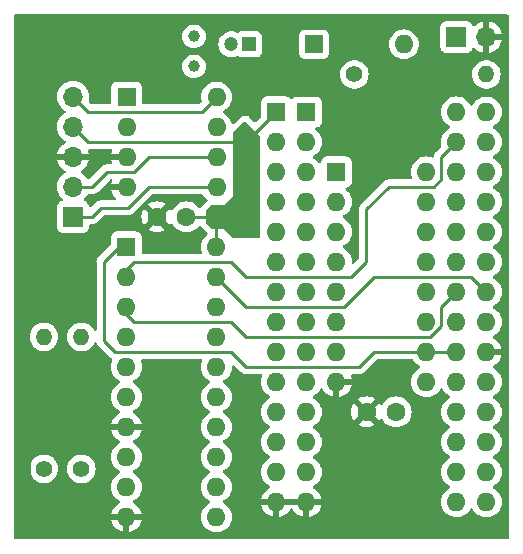
<source format=gtl>
%TF.GenerationSoftware,KiCad,Pcbnew,8.0.8+1*%
%TF.CreationDate,2025-02-23T13:51:29+01:00*%
%TF.ProjectId,QL_Minerva_MK2,514c5f4d-696e-4657-9276-615f4d4b322e,0.0*%
%TF.SameCoordinates,Original*%
%TF.FileFunction,Copper,L1,Top*%
%TF.FilePolarity,Positive*%
%FSLAX46Y46*%
G04 Gerber Fmt 4.6, Leading zero omitted, Abs format (unit mm)*
G04 Created by KiCad (PCBNEW 8.0.8+1) date 2025-02-23 13:51:29*
%MOMM*%
%LPD*%
G01*
G04 APERTURE LIST*
%TA.AperFunction,ComponentPad*%
%ADD10R,1.600000X1.600000*%
%TD*%
%TA.AperFunction,ComponentPad*%
%ADD11O,1.600000X1.600000*%
%TD*%
%TA.AperFunction,ComponentPad*%
%ADD12C,1.600000*%
%TD*%
%TA.AperFunction,ComponentPad*%
%ADD13C,1.000000*%
%TD*%
%TA.AperFunction,ComponentPad*%
%ADD14R,1.700000X1.700000*%
%TD*%
%TA.AperFunction,ComponentPad*%
%ADD15O,1.700000X1.700000*%
%TD*%
%TA.AperFunction,ComponentPad*%
%ADD16C,1.400000*%
%TD*%
%TA.AperFunction,ComponentPad*%
%ADD17O,1.400000X1.400000*%
%TD*%
%TA.AperFunction,ComponentPad*%
%ADD18R,1.200000X1.200000*%
%TD*%
%TA.AperFunction,ComponentPad*%
%ADD19C,1.200000*%
%TD*%
%TA.AperFunction,ViaPad*%
%ADD20C,0.800000*%
%TD*%
%TA.AperFunction,Conductor*%
%ADD21C,0.254000*%
%TD*%
%TA.AperFunction,Conductor*%
%ADD22C,0.250000*%
%TD*%
%ADD23C,0.350000*%
G04 APERTURE END LIST*
D10*
%TO.P,D1,1,K*%
%TO.N,/K*%
X82550000Y-59055000D03*
D11*
%TO.P,D1,2,A*%
%TO.N,VCC*%
X90170000Y-59055000D03*
%TD*%
D12*
%TO.P,C3,1*%
%TO.N,+5V*%
X71755000Y-73660000D03*
%TO.P,C3,2*%
%TO.N,GND*%
X69255000Y-73660000D03*
%TD*%
D13*
%TO.P,Y1,1,1*%
%TO.N,Net-(U3-X1)*%
X72390000Y-58390000D03*
%TO.P,Y1,2,2*%
%TO.N,Net-(U3-X2)*%
X72390000Y-60930000D03*
%TD*%
D10*
%TO.P,U4,1,I1/CLK*%
%TO.N,/A15*%
X66675000Y-76200000D03*
D11*
%TO.P,U4,2,I2*%
%TO.N,/A14*%
X66675000Y-78740000D03*
%TO.P,U4,3,I3*%
%TO.N,/QL_ROMOE*%
X66675000Y-81280000D03*
%TO.P,U4,4,I4*%
%TO.N,/A5*%
X66675000Y-83820000D03*
%TO.P,U4,5,I5*%
%TO.N,/A4*%
X66675000Y-86360000D03*
%TO.P,U4,6,I6*%
%TO.N,Net-(JP1-C)*%
X66675000Y-88900000D03*
%TO.P,U4,7,I7*%
%TO.N,GND*%
X66675000Y-91440000D03*
%TO.P,U4,8,I8*%
%TO.N,/A1*%
X66675000Y-93980000D03*
%TO.P,U4,9,I9*%
%TO.N,/A0*%
X66675000Y-96520000D03*
%TO.P,U4,10,GND*%
%TO.N,GND*%
X66675000Y-99060000D03*
%TO.P,U4,11,I10/~{OE}*%
%TO.N,/DECODE*%
X74295000Y-99060000D03*
%TO.P,U4,12,IO8*%
%TO.N,/D0*%
X74295000Y-96520000D03*
%TO.P,U4,13,IO7*%
%TO.N,unconnected-(U4-IO7-Pad13)*%
X74295000Y-93980000D03*
%TO.P,U4,14,IO6*%
%TO.N,unconnected-(U4-IO6-Pad14)*%
X74295000Y-91440000D03*
%TO.P,U4,15,IO5*%
%TO.N,unconnected-(U4-IO5-Pad15)*%
X74295000Y-88900000D03*
%TO.P,U4,16,IO4*%
%TO.N,unconnected-(U4-IO4-Pad16)*%
X74295000Y-86360000D03*
%TO.P,U4,17,I03*%
%TO.N,/SDA*%
X74295000Y-83820000D03*
%TO.P,U4,18,IO2*%
%TO.N,/SCL*%
X74295000Y-81280000D03*
%TO.P,U4,19,IO1*%
%TO.N,/IC_ROMOE*%
X74295000Y-78740000D03*
%TO.P,U4,20,VCC*%
%TO.N,+5V*%
X74295000Y-76200000D03*
%TD*%
D14*
%TO.P,J2,1,Pin_1*%
%TO.N,/SDA*%
X62160000Y-73655000D03*
D15*
%TO.P,J2,2,Pin_2*%
%TO.N,/SCL*%
X62160000Y-71115000D03*
%TO.P,J2,3,Pin_3*%
%TO.N,GND*%
X62160000Y-68575000D03*
%TO.P,J2,4,Pin_4*%
%TO.N,+5V*%
X62160000Y-66035000D03*
%TO.P,J2,5,Pin_5*%
%TO.N,/K*%
X62160000Y-63495000D03*
%TD*%
D10*
%TO.P,U2,1,A15*%
%TO.N,/A15*%
X81910000Y-64780000D03*
D11*
%TO.P,U2,2,A12*%
%TO.N,/A12*%
X81910000Y-67320000D03*
%TO.P,U2,3,A7*%
%TO.N,/A7*%
X81910000Y-69860000D03*
%TO.P,U2,4,A6*%
%TO.N,/A6*%
X81910000Y-72400000D03*
%TO.P,U2,5,A5*%
%TO.N,/A5*%
X81910000Y-74940000D03*
%TO.P,U2,6,A4*%
%TO.N,/A4*%
X81910000Y-77480000D03*
%TO.P,U2,7,A3*%
%TO.N,/A3*%
X81910000Y-80020000D03*
%TO.P,U2,8,A2*%
%TO.N,/A2*%
X81910000Y-82560000D03*
%TO.P,U2,9,A1*%
%TO.N,/A1*%
X81910000Y-85100000D03*
%TO.P,U2,10,A0*%
%TO.N,/A0*%
X81910000Y-87640000D03*
%TO.P,U2,11,D0*%
%TO.N,/D0*%
X81910000Y-90180000D03*
%TO.P,U2,12,D1*%
%TO.N,/D1*%
X81910000Y-92720000D03*
%TO.P,U2,13,D2*%
%TO.N,/D2*%
X81910000Y-95260000D03*
%TO.P,U2,14,GND*%
%TO.N,GND*%
X81910000Y-97800000D03*
%TO.P,U2,15,D3*%
%TO.N,/D3*%
X97150000Y-97800000D03*
%TO.P,U2,16,D4*%
%TO.N,/D4*%
X97150000Y-95260000D03*
%TO.P,U2,17,D5*%
%TO.N,/D5*%
X97150000Y-92720000D03*
%TO.P,U2,18,D6*%
%TO.N,/D6*%
X97150000Y-90180000D03*
%TO.P,U2,19,D7*%
%TO.N,/D7*%
X97150000Y-87640000D03*
%TO.P,U2,20,~{CE}*%
%TO.N,GND*%
X97150000Y-85100000D03*
%TO.P,U2,21,A10*%
%TO.N,/A10*%
X97150000Y-82560000D03*
%TO.P,U2,22,~{OE/Vpp}*%
%TO.N,/IC_ROMOE*%
X97150000Y-80020000D03*
%TO.P,U2,23,A11*%
%TO.N,/A11*%
X97150000Y-77480000D03*
%TO.P,U2,24,A9*%
%TO.N,/A9*%
X97150000Y-74940000D03*
%TO.P,U2,25,A8*%
%TO.N,/A8*%
X97150000Y-72400000D03*
%TO.P,U2,26,A13*%
%TO.N,/A13*%
X97150000Y-69860000D03*
%TO.P,U2,27,A14*%
%TO.N,/A14*%
X97150000Y-67320000D03*
%TO.P,U2,28,VCC*%
%TO.N,VCC*%
X97150000Y-64780000D03*
%TD*%
D10*
%TO.P,U5,1*%
%TO.N,/A12*%
X84455000Y-69850000D03*
D11*
%TO.P,U5,2*%
%TO.N,/A7*%
X84455000Y-72390000D03*
%TO.P,U5,3*%
%TO.N,/A6*%
X84455000Y-74930000D03*
%TO.P,U5,4*%
%TO.N,/A3*%
X84455000Y-77470000D03*
%TO.P,U5,5*%
%TO.N,/A2*%
X84455000Y-80010000D03*
%TO.P,U5,6*%
%TO.N,VCC*%
X84455000Y-82550000D03*
%TO.P,U5,7*%
X84455000Y-85090000D03*
%TO.P,U5,8,GND*%
%TO.N,GND*%
X84455000Y-87630000D03*
%TO.P,U5,9*%
%TO.N,/DECODE*%
X92075000Y-87630000D03*
%TO.P,U5,10*%
%TO.N,/A15*%
X92075000Y-85090000D03*
%TO.P,U5,11*%
%TO.N,/A10*%
X92075000Y-82550000D03*
%TO.P,U5,12*%
%TO.N,/A11*%
X92075000Y-80010000D03*
%TO.P,U5,13*%
%TO.N,/A9*%
X92075000Y-77470000D03*
%TO.P,U5,14*%
%TO.N,/A8*%
X92075000Y-74930000D03*
%TO.P,U5,15*%
%TO.N,/A13*%
X92075000Y-72390000D03*
%TO.P,U5,16,VCC*%
%TO.N,VCC*%
X92075000Y-69850000D03*
%TD*%
D14*
%TO.P,J1,1,Pin_1*%
%TO.N,Net-(J1-Pin_1)*%
X94615000Y-58420000D03*
D15*
%TO.P,J1,2,Pin_2*%
%TO.N,GND*%
X97155000Y-58420000D03*
%TD*%
D10*
%TO.P,U3,1,OSCI*%
%TO.N,Net-(U3-X1)*%
X66685000Y-63510000D03*
D11*
%TO.P,U3,2,OSCO*%
%TO.N,Net-(U3-X2)*%
X66685000Y-66050000D03*
%TO.P,U3,3,A0*%
%TO.N,GND*%
X66685000Y-68590000D03*
%TO.P,U3,4,Vss*%
X66685000Y-71130000D03*
%TO.P,U3,5,SDA*%
%TO.N,/SDA*%
X74305000Y-71130000D03*
%TO.P,U3,6,SCL*%
%TO.N,/SCL*%
X74305000Y-68590000D03*
%TO.P,U3,7,~{INT}*%
%TO.N,unconnected-(U3-~{INT}-Pad7)*%
X74305000Y-66050000D03*
%TO.P,U3,8,Vdd*%
%TO.N,/K*%
X74305000Y-63510000D03*
%TD*%
D10*
%TO.P,U1,1,A15*%
%TO.N,+5V*%
X79375000Y-64770000D03*
D11*
%TO.P,U1,2,A12*%
%TO.N,/A12*%
X79375000Y-67310000D03*
%TO.P,U1,3,A7*%
%TO.N,/A7*%
X79375000Y-69850000D03*
%TO.P,U1,4,A6*%
%TO.N,/A6*%
X79375000Y-72390000D03*
%TO.P,U1,5,A5*%
%TO.N,/A5*%
X79375000Y-74930000D03*
%TO.P,U1,6,A4*%
%TO.N,/A4*%
X79375000Y-77470000D03*
%TO.P,U1,7,A3*%
%TO.N,/A3*%
X79375000Y-80010000D03*
%TO.P,U1,8,A2*%
%TO.N,/A2*%
X79375000Y-82550000D03*
%TO.P,U1,9,A1*%
%TO.N,/A1*%
X79375000Y-85090000D03*
%TO.P,U1,10,A0*%
%TO.N,/A0*%
X79375000Y-87630000D03*
%TO.P,U1,11,D0*%
%TO.N,/D0*%
X79375000Y-90170000D03*
%TO.P,U1,12,D1*%
%TO.N,/D1*%
X79375000Y-92710000D03*
%TO.P,U1,13,D2*%
%TO.N,/D2*%
X79375000Y-95250000D03*
%TO.P,U1,14,GND*%
%TO.N,GND*%
X79375000Y-97790000D03*
%TO.P,U1,15,D3*%
%TO.N,/D3*%
X94615000Y-97790000D03*
%TO.P,U1,16,D4*%
%TO.N,/D4*%
X94615000Y-95250000D03*
%TO.P,U1,17,D5*%
%TO.N,/D5*%
X94615000Y-92710000D03*
%TO.P,U1,18,D6*%
%TO.N,/D6*%
X94615000Y-90170000D03*
%TO.P,U1,19,D7*%
%TO.N,/D7*%
X94615000Y-87630000D03*
%TO.P,U1,20,~{CE}*%
%TO.N,/A15*%
X94615000Y-85090000D03*
%TO.P,U1,21,A10*%
%TO.N,/A10*%
X94615000Y-82550000D03*
%TO.P,U1,22,~{OE/Vpp}*%
%TO.N,/QL_ROMOE*%
X94615000Y-80010000D03*
%TO.P,U1,23,A11*%
%TO.N,/A11*%
X94615000Y-77470000D03*
%TO.P,U1,24,A9*%
%TO.N,/A9*%
X94615000Y-74930000D03*
%TO.P,U1,25,A8*%
%TO.N,/A8*%
X94615000Y-72390000D03*
%TO.P,U1,26,A13*%
%TO.N,/A13*%
X94615000Y-69850000D03*
%TO.P,U1,27,A14*%
%TO.N,/A14*%
X94615000Y-67310000D03*
%TO.P,U1,28,VCC*%
%TO.N,VCC*%
X94615000Y-64770000D03*
%TD*%
D16*
%TO.P,R2,1*%
%TO.N,VCC*%
X59690000Y-94996000D03*
D17*
%TO.P,R2,2*%
%TO.N,/SCL*%
X59690000Y-83820000D03*
%TD*%
D12*
%TO.P,C2,1*%
%TO.N,VCC*%
X89515000Y-90170000D03*
%TO.P,C2,2*%
%TO.N,GND*%
X87015000Y-90170000D03*
%TD*%
D16*
%TO.P,R1,1*%
%TO.N,VCC*%
X62865000Y-94996000D03*
D17*
%TO.P,R1,2*%
%TO.N,/SDA*%
X62865000Y-83820000D03*
%TD*%
D18*
%TO.P,C1,1*%
%TO.N,/K*%
X77065000Y-59055000D03*
D19*
%TO.P,C1,2*%
%TO.N,Net-(U3-X1)*%
X75565000Y-59055000D03*
%TD*%
D16*
%TO.P,R3,1*%
%TO.N,/K*%
X85979000Y-61595000D03*
D17*
%TO.P,R3,2*%
%TO.N,Net-(J1-Pin_1)*%
X97155000Y-61595000D03*
%TD*%
D20*
%TO.N,GND*%
X62865000Y-91440000D03*
%TD*%
D21*
%TO.N,GND*%
X84455000Y-87630000D02*
X84455000Y-93400000D01*
X84455000Y-100330000D02*
X82550000Y-100330000D01*
X98775000Y-99345000D02*
X97790000Y-100330000D01*
X84455000Y-92730000D02*
X84455000Y-93400000D01*
D22*
X62230000Y-91440000D02*
X61595000Y-91440000D01*
X62230000Y-91440000D02*
X59690000Y-91440000D01*
D21*
X73215500Y-100330000D02*
X69215000Y-100330000D01*
X81915000Y-100330000D02*
X81910000Y-100325000D01*
X73406000Y-100520500D02*
X73215500Y-100330000D01*
X67945000Y-99060000D02*
X64135000Y-99060000D01*
D22*
X61595000Y-91440000D02*
X66040000Y-91440000D01*
D21*
X82550000Y-100330000D02*
X75501500Y-100330000D01*
X82550000Y-100330000D02*
X81915000Y-100330000D01*
D22*
X58420000Y-99060000D02*
X59690000Y-100330000D01*
D21*
X87015000Y-100310000D02*
X86995000Y-100330000D01*
X81910000Y-100325000D02*
X81910000Y-97800000D01*
X98775000Y-85100000D02*
X98775000Y-99345000D01*
X69215000Y-100330000D02*
X67945000Y-99060000D01*
X75311000Y-100520500D02*
X73406000Y-100520500D01*
D22*
X58420000Y-92710000D02*
X58420000Y-99060000D01*
D21*
X87015000Y-90170000D02*
X84455000Y-92730000D01*
X97150000Y-85100000D02*
X98775000Y-85100000D01*
D22*
X59690000Y-91440000D02*
X58420000Y-92710000D01*
D21*
X84455000Y-93400000D02*
X84455000Y-100330000D01*
X75501500Y-100330000D02*
X75311000Y-100520500D01*
X64135000Y-99060000D02*
X62865000Y-100330000D01*
X97790000Y-100330000D02*
X86995000Y-100330000D01*
X62865000Y-100330000D02*
X59690000Y-100330000D01*
X86995000Y-100330000D02*
X84455000Y-100330000D01*
%TO.N,/SCL*%
X68570000Y-68590000D02*
X73670000Y-68590000D01*
X65024000Y-69850000D02*
X67310000Y-69850000D01*
X67310000Y-69850000D02*
X68570000Y-68590000D01*
X63759000Y-71115000D02*
X65024000Y-69850000D01*
X62160000Y-71115000D02*
X63759000Y-71115000D01*
X61525000Y-71115000D02*
X63500000Y-71120000D01*
%TO.N,/SDA*%
X68570000Y-71130000D02*
X66802000Y-72898000D01*
X64513469Y-72898000D02*
X63754000Y-73657469D01*
X63754000Y-73657469D02*
X61525000Y-73655000D01*
X73670000Y-71130000D02*
X68570000Y-71130000D01*
X66802000Y-72898000D02*
X64513469Y-72898000D01*
%TO.N,/QL_ROMOE*%
X67310000Y-82550000D02*
X75565000Y-82550000D01*
X66040000Y-81280000D02*
X67310000Y-82550000D01*
X93345000Y-81280000D02*
X94615000Y-80010000D01*
X75565000Y-82550000D02*
X76835000Y-83820000D01*
X76835000Y-83820000D02*
X92398819Y-83820000D01*
X92398819Y-83820000D02*
X93345000Y-82873819D01*
X93345000Y-82873819D02*
X93345000Y-81280000D01*
%TO.N,/IC_ROMOE*%
X97150000Y-80020000D02*
X95870000Y-78740000D01*
D22*
X74295000Y-78740000D02*
X76835000Y-81280000D01*
D21*
X85090000Y-81280000D02*
X77470000Y-81280000D01*
X87630000Y-78740000D02*
X85090000Y-81280000D01*
D22*
X76835000Y-81280000D02*
X77470000Y-81280000D01*
D21*
X95870000Y-78740000D02*
X87630000Y-78740000D01*
%TO.N,/A15*%
X64770000Y-84143819D02*
X65716181Y-85090000D01*
X94615000Y-85090000D02*
X92075000Y-85090000D01*
X65716181Y-85090000D02*
X75565000Y-85090000D01*
X75565000Y-85090000D02*
X76835000Y-86360000D01*
X86360000Y-86360000D02*
X87630000Y-85090000D01*
X64770000Y-77470000D02*
X64770000Y-84143819D01*
X87630000Y-85090000D02*
X92075000Y-85090000D01*
X66040000Y-76200000D02*
X64770000Y-77470000D01*
X76835000Y-86360000D02*
X86360000Y-86360000D01*
%TO.N,/A14*%
X66040000Y-78740000D02*
X67310000Y-77470000D01*
X67310000Y-77470000D02*
X75565000Y-77470000D01*
X86995000Y-77470000D02*
X86995000Y-73025000D01*
X93345000Y-68580000D02*
X94615000Y-67310000D01*
X76835000Y-78740000D02*
X85725000Y-78740000D01*
X75565000Y-77470000D02*
X76835000Y-78740000D01*
X92710000Y-71120000D02*
X93345000Y-70485000D01*
X85725000Y-78740000D02*
X86995000Y-77470000D01*
X93345000Y-70485000D02*
X93345000Y-68580000D01*
X88900000Y-71120000D02*
X92710000Y-71120000D01*
X86995000Y-73025000D02*
X88900000Y-71120000D01*
%TO.N,/K*%
X72410000Y-64770000D02*
X71755000Y-64770000D01*
X63435000Y-64770000D02*
X64262000Y-64770000D01*
X74305000Y-63510000D02*
X73045000Y-64770000D01*
X73045000Y-64770000D02*
X71755000Y-64770000D01*
X62160000Y-63495000D02*
X63435000Y-64770000D01*
X71755000Y-64770000D02*
X64262000Y-64770000D01*
%TO.N,+5V*%
X79375000Y-64770000D02*
X76835000Y-67310000D01*
D22*
X62160000Y-66035000D02*
X63435000Y-67310000D01*
D21*
X76835000Y-69850000D02*
X76835000Y-70485000D01*
D22*
X63435000Y-67310000D02*
X64008000Y-67310000D01*
D21*
X76835000Y-67310000D02*
X76835000Y-69850000D01*
D22*
X74295000Y-73660000D02*
X76835000Y-71120000D01*
X76835000Y-71120000D02*
X76835000Y-69850000D01*
D21*
X71120000Y-73660000D02*
X73660000Y-73660000D01*
X76835000Y-67310000D02*
X76200000Y-67310000D01*
X64008000Y-67310000D02*
X76200000Y-67310000D01*
D22*
X71755000Y-73660000D02*
X74295000Y-73660000D01*
X74295000Y-76200000D02*
X74295000Y-73660000D01*
%TD*%
%TA.AperFunction,Conductor*%
%TO.N,+5V*%
G36*
X76751334Y-65591180D02*
G01*
X76795681Y-65619681D01*
X77941681Y-66765681D01*
X77975166Y-66827004D01*
X77978000Y-66853362D01*
X77978000Y-75314000D01*
X77958315Y-75381039D01*
X77905511Y-75426794D01*
X77854000Y-75438000D01*
X75743362Y-75438000D01*
X75676323Y-75418315D01*
X75655681Y-75401681D01*
X74930000Y-74676000D01*
X73965362Y-74676000D01*
X73898323Y-74656315D01*
X73877681Y-74639681D01*
X73442319Y-74204319D01*
X73408834Y-74142996D01*
X73406000Y-74116638D01*
X73406000Y-73203362D01*
X73425685Y-73136323D01*
X73442319Y-73115681D01*
X73877681Y-72680319D01*
X73939004Y-72646834D01*
X73965362Y-72644000D01*
X74930000Y-72644000D01*
X75692000Y-71882000D01*
X75692000Y-66599362D01*
X75711685Y-66532323D01*
X75728319Y-66511681D01*
X76620319Y-65619681D01*
X76681642Y-65586196D01*
X76751334Y-65591180D01*
G37*
%TD.AperFunction*%
%TD*%
%TA.AperFunction,Conductor*%
%TO.N,GND*%
G36*
X80690694Y-97550000D02*
G01*
X81594314Y-97550000D01*
X81582359Y-97561955D01*
X81524835Y-97674852D01*
X81505014Y-97800000D01*
X81524835Y-97925148D01*
X81582359Y-98038045D01*
X81594314Y-98050000D01*
X80628362Y-98050000D01*
X80594306Y-98040000D01*
X79690686Y-98040000D01*
X79702641Y-98028045D01*
X79760165Y-97915148D01*
X79779986Y-97790000D01*
X79760165Y-97664852D01*
X79702641Y-97551955D01*
X79690686Y-97540000D01*
X80656638Y-97540000D01*
X80690694Y-97550000D01*
G37*
%TD.AperFunction*%
%TA.AperFunction,Conductor*%
G36*
X65427272Y-70497185D02*
G01*
X65473027Y-70549989D01*
X65482971Y-70619147D01*
X65472615Y-70653904D01*
X65458735Y-70683668D01*
X65458730Y-70683682D01*
X65406127Y-70879999D01*
X65406128Y-70880000D01*
X66369314Y-70880000D01*
X66357359Y-70891955D01*
X66299835Y-71004852D01*
X66280014Y-71130000D01*
X66299835Y-71255148D01*
X66357359Y-71368045D01*
X66369314Y-71380000D01*
X65406128Y-71380000D01*
X65458730Y-71576317D01*
X65458734Y-71576326D01*
X65554865Y-71782482D01*
X65685342Y-71968820D01*
X65775341Y-72058819D01*
X65808826Y-72120142D01*
X65803842Y-72189834D01*
X65761970Y-72245767D01*
X65696506Y-72270184D01*
X65687660Y-72270500D01*
X64596434Y-72270500D01*
X64580783Y-72268772D01*
X64580757Y-72269054D01*
X64572994Y-72268319D01*
X64505564Y-72270439D01*
X64501669Y-72270500D01*
X64473988Y-72270500D01*
X64469970Y-72271007D01*
X64458343Y-72271922D01*
X64414527Y-72273299D01*
X64414523Y-72273300D01*
X64395191Y-72278916D01*
X64376151Y-72282859D01*
X64356181Y-72285382D01*
X64356177Y-72285383D01*
X64315422Y-72301519D01*
X64304374Y-72305301D01*
X64262281Y-72317530D01*
X64262274Y-72317533D01*
X64244949Y-72327779D01*
X64227479Y-72336337D01*
X64208767Y-72343745D01*
X64173295Y-72369516D01*
X64163535Y-72375927D01*
X64125815Y-72398234D01*
X64111575Y-72412474D01*
X64096789Y-72425102D01*
X64080502Y-72436936D01*
X64052559Y-72470712D01*
X64044698Y-72479350D01*
X63718657Y-72805391D01*
X63657334Y-72838876D01*
X63587642Y-72833892D01*
X63531709Y-72792020D01*
X63507686Y-72730962D01*
X63504091Y-72697516D01*
X63453797Y-72562671D01*
X63453793Y-72562664D01*
X63367547Y-72447455D01*
X63367544Y-72447452D01*
X63252335Y-72361206D01*
X63252328Y-72361202D01*
X63120917Y-72312189D01*
X63064983Y-72270318D01*
X63040566Y-72204853D01*
X63055418Y-72136580D01*
X63076563Y-72108332D01*
X63198495Y-71986401D01*
X63328874Y-71800200D01*
X63383449Y-71756577D01*
X63430755Y-71747326D01*
X63537887Y-71747598D01*
X63571493Y-71743438D01*
X63586722Y-71742500D01*
X63676033Y-71742500D01*
X63691681Y-71744227D01*
X63691708Y-71743946D01*
X63699475Y-71744680D01*
X63699476Y-71744679D01*
X63699477Y-71744680D01*
X63766919Y-71742561D01*
X63770813Y-71742500D01*
X63798472Y-71742500D01*
X63798476Y-71742500D01*
X63802474Y-71741994D01*
X63814114Y-71741077D01*
X63857943Y-71739701D01*
X63877272Y-71734084D01*
X63896328Y-71730137D01*
X63916293Y-71727616D01*
X63957055Y-71711476D01*
X63968092Y-71707698D01*
X64010191Y-71695468D01*
X64027515Y-71685221D01*
X64044983Y-71676663D01*
X64063703Y-71669253D01*
X64099177Y-71643478D01*
X64108915Y-71637081D01*
X64146656Y-71614763D01*
X64160897Y-71600520D01*
X64175678Y-71587897D01*
X64191967Y-71576063D01*
X64219904Y-71542290D01*
X64227756Y-71533661D01*
X65247600Y-70513819D01*
X65308923Y-70480334D01*
X65335281Y-70477500D01*
X65360233Y-70477500D01*
X65427272Y-70497185D01*
G37*
%TD.AperFunction*%
%TA.AperFunction,Conductor*%
G36*
X66878039Y-70497185D02*
G01*
X66923794Y-70549989D01*
X66935000Y-70601500D01*
X66935000Y-70814314D01*
X66923045Y-70802359D01*
X66810148Y-70744835D01*
X66716481Y-70730000D01*
X66653519Y-70730000D01*
X66559852Y-70744835D01*
X66446955Y-70802359D01*
X66435000Y-70814314D01*
X66435000Y-70601500D01*
X66454685Y-70534461D01*
X66507489Y-70488706D01*
X66559000Y-70477500D01*
X66811000Y-70477500D01*
X66878039Y-70497185D01*
G37*
%TD.AperFunction*%
%TA.AperFunction,Conductor*%
G36*
X63920868Y-67937474D02*
G01*
X63920989Y-67936522D01*
X63928726Y-67937499D01*
X63928728Y-67937500D01*
X65360233Y-67937500D01*
X65427272Y-67957185D01*
X65473027Y-68009989D01*
X65482971Y-68079147D01*
X65472615Y-68113904D01*
X65458735Y-68143668D01*
X65458730Y-68143682D01*
X65406127Y-68339999D01*
X65406128Y-68340000D01*
X66369314Y-68340000D01*
X66357359Y-68351955D01*
X66299835Y-68464852D01*
X66280014Y-68590000D01*
X66299835Y-68715148D01*
X66357359Y-68828045D01*
X66369314Y-68840000D01*
X65406128Y-68840000D01*
X65458730Y-69036317D01*
X65458734Y-69036326D01*
X65463289Y-69046095D01*
X65473781Y-69115173D01*
X65445261Y-69178957D01*
X65386785Y-69217196D01*
X65350907Y-69222500D01*
X65106967Y-69222500D01*
X65091319Y-69220772D01*
X65091293Y-69221054D01*
X65083525Y-69220319D01*
X65016095Y-69222439D01*
X65012200Y-69222500D01*
X64984519Y-69222500D01*
X64980501Y-69223007D01*
X64968874Y-69223922D01*
X64925058Y-69225299D01*
X64925054Y-69225300D01*
X64905722Y-69230916D01*
X64886682Y-69234859D01*
X64866712Y-69237382D01*
X64866708Y-69237383D01*
X64834360Y-69250190D01*
X64828330Y-69252578D01*
X64825953Y-69253519D01*
X64814905Y-69257301D01*
X64772812Y-69269530D01*
X64772805Y-69269533D01*
X64755480Y-69279779D01*
X64738010Y-69288337D01*
X64719298Y-69295745D01*
X64683826Y-69321516D01*
X64674066Y-69327927D01*
X64636346Y-69350234D01*
X64622106Y-69364474D01*
X64607320Y-69377102D01*
X64591033Y-69388936D01*
X64563090Y-69422712D01*
X64555229Y-69431350D01*
X63535400Y-70451181D01*
X63474077Y-70484666D01*
X63447719Y-70487500D01*
X63433826Y-70487500D01*
X63366787Y-70467815D01*
X63332251Y-70434623D01*
X63198494Y-70243597D01*
X63031402Y-70076506D01*
X63031401Y-70076505D01*
X62845405Y-69946269D01*
X62801781Y-69891692D01*
X62794588Y-69822193D01*
X62826110Y-69759839D01*
X62845405Y-69743119D01*
X63031082Y-69613105D01*
X63198105Y-69446082D01*
X63333600Y-69252578D01*
X63433429Y-69038492D01*
X63433432Y-69038486D01*
X63490636Y-68825000D01*
X62593686Y-68825000D01*
X62619493Y-68784844D01*
X62660000Y-68646889D01*
X62660000Y-68503111D01*
X62619493Y-68365156D01*
X62593686Y-68325000D01*
X63490636Y-68325000D01*
X63490635Y-68324999D01*
X63433432Y-68111513D01*
X63431581Y-68106428D01*
X63432722Y-68106012D01*
X63423122Y-68042838D01*
X63451636Y-67979052D01*
X63510109Y-67940807D01*
X63545997Y-67935500D01*
X63905274Y-67935500D01*
X63920868Y-67937474D01*
G37*
%TD.AperFunction*%
%TA.AperFunction,Conductor*%
G36*
X66935000Y-69098500D02*
G01*
X66915315Y-69165539D01*
X66862511Y-69211294D01*
X66811000Y-69222500D01*
X66559000Y-69222500D01*
X66491961Y-69202815D01*
X66446206Y-69150011D01*
X66435000Y-69098500D01*
X66435000Y-68905686D01*
X66446955Y-68917641D01*
X66559852Y-68975165D01*
X66653519Y-68990000D01*
X66716481Y-68990000D01*
X66810148Y-68975165D01*
X66923045Y-68917641D01*
X66935000Y-68905686D01*
X66935000Y-69098500D01*
G37*
%TD.AperFunction*%
%TA.AperFunction,Conductor*%
G36*
X99002539Y-56535185D02*
G01*
X99048294Y-56587989D01*
X99059500Y-56639500D01*
X99059500Y-100840500D01*
X99039815Y-100907539D01*
X98987011Y-100953294D01*
X98935500Y-100964500D01*
X57274500Y-100964500D01*
X57207461Y-100944815D01*
X57161706Y-100892011D01*
X57150500Y-100840500D01*
X57150500Y-94996000D01*
X58484357Y-94996000D01*
X58504884Y-95217535D01*
X58504885Y-95217537D01*
X58565769Y-95431523D01*
X58565775Y-95431538D01*
X58664938Y-95630683D01*
X58664943Y-95630691D01*
X58799020Y-95808238D01*
X58963437Y-95958123D01*
X58963439Y-95958125D01*
X59152595Y-96075245D01*
X59152596Y-96075245D01*
X59152599Y-96075247D01*
X59360060Y-96155618D01*
X59578757Y-96196500D01*
X59578759Y-96196500D01*
X59801241Y-96196500D01*
X59801243Y-96196500D01*
X60019940Y-96155618D01*
X60227401Y-96075247D01*
X60416562Y-95958124D01*
X60580981Y-95808236D01*
X60715058Y-95630689D01*
X60814229Y-95431528D01*
X60875115Y-95217536D01*
X60895643Y-94996000D01*
X61659357Y-94996000D01*
X61679884Y-95217535D01*
X61679885Y-95217537D01*
X61740769Y-95431523D01*
X61740775Y-95431538D01*
X61839938Y-95630683D01*
X61839943Y-95630691D01*
X61974020Y-95808238D01*
X62138437Y-95958123D01*
X62138439Y-95958125D01*
X62327595Y-96075245D01*
X62327596Y-96075245D01*
X62327599Y-96075247D01*
X62535060Y-96155618D01*
X62753757Y-96196500D01*
X62753759Y-96196500D01*
X62976241Y-96196500D01*
X62976243Y-96196500D01*
X63194940Y-96155618D01*
X63402401Y-96075247D01*
X63591562Y-95958124D01*
X63755981Y-95808236D01*
X63890058Y-95630689D01*
X63989229Y-95431528D01*
X64050115Y-95217536D01*
X64070643Y-94996000D01*
X64050115Y-94774464D01*
X63989229Y-94560472D01*
X63922517Y-94426497D01*
X63890061Y-94361316D01*
X63890056Y-94361308D01*
X63755979Y-94183761D01*
X63591562Y-94033876D01*
X63591560Y-94033874D01*
X63402404Y-93916754D01*
X63402398Y-93916752D01*
X63394755Y-93913791D01*
X63194940Y-93836382D01*
X62976243Y-93795500D01*
X62753757Y-93795500D01*
X62535060Y-93836382D01*
X62498437Y-93850570D01*
X62327601Y-93916752D01*
X62327595Y-93916754D01*
X62138439Y-94033874D01*
X62138437Y-94033876D01*
X61974020Y-94183761D01*
X61839943Y-94361308D01*
X61839938Y-94361316D01*
X61740775Y-94560461D01*
X61740769Y-94560476D01*
X61679885Y-94774462D01*
X61679884Y-94774464D01*
X61659357Y-94995999D01*
X61659357Y-94996000D01*
X60895643Y-94996000D01*
X60875115Y-94774464D01*
X60814229Y-94560472D01*
X60747517Y-94426497D01*
X60715061Y-94361316D01*
X60715056Y-94361308D01*
X60580979Y-94183761D01*
X60416562Y-94033876D01*
X60416560Y-94033874D01*
X60227404Y-93916754D01*
X60227398Y-93916752D01*
X60219755Y-93913791D01*
X60019940Y-93836382D01*
X59801243Y-93795500D01*
X59578757Y-93795500D01*
X59360060Y-93836382D01*
X59323437Y-93850570D01*
X59152601Y-93916752D01*
X59152595Y-93916754D01*
X58963439Y-94033874D01*
X58963437Y-94033876D01*
X58799020Y-94183761D01*
X58664943Y-94361308D01*
X58664938Y-94361316D01*
X58565775Y-94560461D01*
X58565769Y-94560476D01*
X58504885Y-94774462D01*
X58504884Y-94774464D01*
X58484357Y-94995999D01*
X58484357Y-94996000D01*
X57150500Y-94996000D01*
X57150500Y-83820000D01*
X58484357Y-83820000D01*
X58504884Y-84041535D01*
X58504885Y-84041537D01*
X58565769Y-84255523D01*
X58565775Y-84255538D01*
X58664938Y-84454683D01*
X58664943Y-84454691D01*
X58799020Y-84632238D01*
X58963437Y-84782123D01*
X58963439Y-84782125D01*
X59152595Y-84899245D01*
X59152596Y-84899245D01*
X59152599Y-84899247D01*
X59360060Y-84979618D01*
X59578757Y-85020500D01*
X59578759Y-85020500D01*
X59801241Y-85020500D01*
X59801243Y-85020500D01*
X60019940Y-84979618D01*
X60227401Y-84899247D01*
X60416562Y-84782124D01*
X60568623Y-84643502D01*
X60580979Y-84632238D01*
X60587274Y-84623903D01*
X60715058Y-84454689D01*
X60814229Y-84255528D01*
X60875115Y-84041536D01*
X60895643Y-83820000D01*
X60889354Y-83752135D01*
X60875115Y-83598464D01*
X60875114Y-83598462D01*
X60865009Y-83562947D01*
X60814229Y-83384472D01*
X60814224Y-83384461D01*
X60715061Y-83185316D01*
X60715056Y-83185308D01*
X60580979Y-83007761D01*
X60416562Y-82857876D01*
X60416560Y-82857874D01*
X60227404Y-82740754D01*
X60227398Y-82740752D01*
X60019940Y-82660382D01*
X59801243Y-82619500D01*
X59578757Y-82619500D01*
X59360060Y-82660382D01*
X59228864Y-82711207D01*
X59152601Y-82740752D01*
X59152595Y-82740754D01*
X58963439Y-82857874D01*
X58963437Y-82857876D01*
X58799020Y-83007761D01*
X58664943Y-83185308D01*
X58664938Y-83185316D01*
X58565775Y-83384461D01*
X58565769Y-83384476D01*
X58504885Y-83598462D01*
X58504884Y-83598464D01*
X58484357Y-83819999D01*
X58484357Y-83820000D01*
X57150500Y-83820000D01*
X57150500Y-71115000D01*
X60804341Y-71115000D01*
X60824936Y-71350403D01*
X60824938Y-71350413D01*
X60886094Y-71578655D01*
X60886096Y-71578659D01*
X60886097Y-71578663D01*
X60964873Y-71747598D01*
X60985965Y-71792830D01*
X60985967Y-71792834D01*
X61045060Y-71877227D01*
X61121501Y-71986396D01*
X61121506Y-71986402D01*
X61243430Y-72108326D01*
X61276915Y-72169649D01*
X61271931Y-72239341D01*
X61230059Y-72295274D01*
X61199083Y-72312189D01*
X61067669Y-72361203D01*
X61067664Y-72361206D01*
X60952455Y-72447452D01*
X60952452Y-72447455D01*
X60866206Y-72562664D01*
X60866202Y-72562671D01*
X60815908Y-72697517D01*
X60809501Y-72757116D01*
X60809500Y-72757135D01*
X60809500Y-74552870D01*
X60809501Y-74552876D01*
X60815908Y-74612483D01*
X60866202Y-74747328D01*
X60866206Y-74747335D01*
X60952452Y-74862544D01*
X60952455Y-74862547D01*
X61067664Y-74948793D01*
X61067671Y-74948797D01*
X61202517Y-74999091D01*
X61202516Y-74999091D01*
X61209444Y-74999835D01*
X61262127Y-75005500D01*
X63057872Y-75005499D01*
X63117483Y-74999091D01*
X63252331Y-74948796D01*
X63367546Y-74862546D01*
X63453796Y-74747331D01*
X63504091Y-74612483D01*
X63510500Y-74552873D01*
X63510499Y-74408835D01*
X63530183Y-74341797D01*
X63582987Y-74296042D01*
X63634632Y-74284836D01*
X63670757Y-74284875D01*
X63686683Y-74286645D01*
X63686705Y-74286414D01*
X63694469Y-74287147D01*
X63694477Y-74287149D01*
X63761525Y-74285041D01*
X63765525Y-74284981D01*
X63792781Y-74285012D01*
X63797188Y-74284459D01*
X63808699Y-74283559D01*
X63852943Y-74282170D01*
X63852946Y-74282169D01*
X63852947Y-74282169D01*
X63859937Y-74280137D01*
X63871871Y-74276670D01*
X63891067Y-74272705D01*
X63910614Y-74270259D01*
X63951778Y-74254013D01*
X63962690Y-74250284D01*
X64005191Y-74237937D01*
X64022163Y-74227899D01*
X64039750Y-74219295D01*
X64058089Y-74212059D01*
X64093922Y-74186083D01*
X64103557Y-74179762D01*
X64141656Y-74157232D01*
X64155599Y-74143288D01*
X64170498Y-74130577D01*
X64186456Y-74119011D01*
X64214703Y-74084941D01*
X64222457Y-74076429D01*
X64737069Y-73561819D01*
X64798392Y-73528334D01*
X64824750Y-73525500D01*
X66719033Y-73525500D01*
X66734681Y-73527227D01*
X66734708Y-73526946D01*
X66742475Y-73527680D01*
X66742476Y-73527679D01*
X66742477Y-73527680D01*
X66809919Y-73525561D01*
X66813813Y-73525500D01*
X66841472Y-73525500D01*
X66841476Y-73525500D01*
X66845474Y-73524994D01*
X66857114Y-73524077D01*
X66900943Y-73522701D01*
X66920272Y-73517084D01*
X66939328Y-73513137D01*
X66959293Y-73510616D01*
X67000055Y-73494476D01*
X67011092Y-73490698D01*
X67053191Y-73478468D01*
X67070515Y-73468221D01*
X67087983Y-73459663D01*
X67106703Y-73452253D01*
X67142177Y-73426478D01*
X67151915Y-73420081D01*
X67189656Y-73397763D01*
X67203897Y-73383520D01*
X67218678Y-73370897D01*
X67234967Y-73359063D01*
X67262904Y-73325290D01*
X67270756Y-73316661D01*
X68793600Y-71793819D01*
X68854923Y-71760334D01*
X68881281Y-71757500D01*
X73092213Y-71757500D01*
X73159252Y-71777185D01*
X73193788Y-71810377D01*
X73304954Y-71969141D01*
X73465856Y-72130043D01*
X73465859Y-72130045D01*
X73465861Y-72130047D01*
X73490207Y-72147094D01*
X73533831Y-72201671D01*
X73541024Y-72271170D01*
X73509502Y-72333524D01*
X73506764Y-72336350D01*
X73084892Y-72758223D01*
X73084855Y-72758262D01*
X73048728Y-72798480D01*
X73048718Y-72798492D01*
X73032076Y-72819143D01*
X73000431Y-72863028D01*
X73000009Y-72863755D01*
X72999688Y-72864058D01*
X72996871Y-72867966D01*
X72996129Y-72867431D01*
X72949294Y-72911815D01*
X72880647Y-72924827D01*
X72815862Y-72898660D01*
X72791239Y-72872549D01*
X72755047Y-72820861D01*
X72755046Y-72820860D01*
X72755044Y-72820857D01*
X72594141Y-72659954D01*
X72407734Y-72529432D01*
X72407732Y-72529431D01*
X72201497Y-72433261D01*
X72201488Y-72433258D01*
X71981697Y-72374366D01*
X71981693Y-72374365D01*
X71981692Y-72374365D01*
X71981691Y-72374364D01*
X71981686Y-72374364D01*
X71755002Y-72354532D01*
X71754998Y-72354532D01*
X71528313Y-72374364D01*
X71528302Y-72374366D01*
X71308511Y-72433258D01*
X71308502Y-72433261D01*
X71102267Y-72529431D01*
X71102265Y-72529432D01*
X70915858Y-72659954D01*
X70754954Y-72820858D01*
X70624432Y-73007265D01*
X70624429Y-73007270D01*
X70617104Y-73022979D01*
X70570929Y-73075417D01*
X70503735Y-73094566D01*
X70436855Y-73074347D01*
X70392341Y-73022973D01*
X70385133Y-73007515D01*
X70385132Y-73007513D01*
X70334025Y-72934526D01*
X69652953Y-73615598D01*
X69640165Y-73534852D01*
X69582641Y-73421955D01*
X69493045Y-73332359D01*
X69380148Y-73274835D01*
X69299401Y-73262046D01*
X69980472Y-72580974D01*
X69907478Y-72529863D01*
X69701331Y-72433735D01*
X69701317Y-72433730D01*
X69481610Y-72374860D01*
X69481599Y-72374858D01*
X69255002Y-72355034D01*
X69254998Y-72355034D01*
X69028400Y-72374858D01*
X69028389Y-72374860D01*
X68808682Y-72433730D01*
X68808673Y-72433734D01*
X68602516Y-72529866D01*
X68602512Y-72529868D01*
X68529526Y-72580973D01*
X68529526Y-72580974D01*
X69210599Y-73262046D01*
X69129852Y-73274835D01*
X69016955Y-73332359D01*
X68927359Y-73421955D01*
X68869835Y-73534852D01*
X68857046Y-73615598D01*
X68175974Y-72934526D01*
X68175973Y-72934526D01*
X68124868Y-73007512D01*
X68124866Y-73007516D01*
X68028734Y-73213673D01*
X68028730Y-73213682D01*
X67969860Y-73433389D01*
X67969858Y-73433400D01*
X67950034Y-73659997D01*
X67950034Y-73660002D01*
X67969858Y-73886599D01*
X67969860Y-73886610D01*
X68028730Y-74106317D01*
X68028735Y-74106331D01*
X68124863Y-74312478D01*
X68175974Y-74385472D01*
X68857046Y-73704400D01*
X68869835Y-73785148D01*
X68927359Y-73898045D01*
X69016955Y-73987641D01*
X69129852Y-74045165D01*
X69210599Y-74057953D01*
X68529526Y-74739025D01*
X68602513Y-74790132D01*
X68602521Y-74790136D01*
X68808668Y-74886264D01*
X68808682Y-74886269D01*
X69028389Y-74945139D01*
X69028400Y-74945141D01*
X69254998Y-74964966D01*
X69255002Y-74964966D01*
X69481599Y-74945141D01*
X69481610Y-74945139D01*
X69701317Y-74886269D01*
X69701331Y-74886264D01*
X69907478Y-74790136D01*
X69980471Y-74739024D01*
X69299400Y-74057953D01*
X69380148Y-74045165D01*
X69493045Y-73987641D01*
X69582641Y-73898045D01*
X69640165Y-73785148D01*
X69652953Y-73704400D01*
X70334024Y-74385471D01*
X70385134Y-74312481D01*
X70392340Y-74297028D01*
X70438511Y-74244587D01*
X70505704Y-74225433D01*
X70572585Y-74245646D01*
X70617105Y-74297022D01*
X70624430Y-74312730D01*
X70624432Y-74312734D01*
X70754954Y-74499141D01*
X70915858Y-74660045D01*
X70915861Y-74660047D01*
X71102266Y-74790568D01*
X71308504Y-74886739D01*
X71528308Y-74945635D01*
X71690230Y-74959801D01*
X71754998Y-74965468D01*
X71755000Y-74965468D01*
X71755002Y-74965468D01*
X71811673Y-74960509D01*
X71981692Y-74945635D01*
X72201496Y-74886739D01*
X72407734Y-74790568D01*
X72594139Y-74660047D01*
X72755047Y-74499139D01*
X72793694Y-74443943D01*
X72848268Y-74400320D01*
X72917766Y-74393126D01*
X72980121Y-74424647D01*
X72995648Y-74443296D01*
X72995999Y-74443034D01*
X72998651Y-74446577D01*
X72998653Y-74446580D01*
X73084877Y-74561761D01*
X73084881Y-74561765D01*
X73084886Y-74561771D01*
X73508528Y-74985412D01*
X73542013Y-75046735D01*
X73537029Y-75116426D01*
X73495158Y-75172360D01*
X73491972Y-75174667D01*
X73455864Y-75199950D01*
X73294951Y-75360862D01*
X73164432Y-75547265D01*
X73164431Y-75547267D01*
X73068261Y-75753502D01*
X73068258Y-75753511D01*
X73009366Y-75973302D01*
X73009364Y-75973313D01*
X72989532Y-76199998D01*
X72989532Y-76200001D01*
X73009364Y-76426686D01*
X73009366Y-76426697D01*
X73068258Y-76646488D01*
X73068260Y-76646492D01*
X73068261Y-76646496D01*
X73075098Y-76661158D01*
X73077401Y-76666097D01*
X73087892Y-76735174D01*
X73059371Y-76798958D01*
X73000894Y-76837197D01*
X72965018Y-76842500D01*
X68099500Y-76842500D01*
X68032461Y-76822815D01*
X67986706Y-76770011D01*
X67975500Y-76718500D01*
X67975499Y-75352129D01*
X67975498Y-75352123D01*
X67975497Y-75352116D01*
X67969091Y-75292517D01*
X67924275Y-75172360D01*
X67918797Y-75157671D01*
X67918793Y-75157664D01*
X67832547Y-75042455D01*
X67832544Y-75042452D01*
X67717335Y-74956206D01*
X67717328Y-74956202D01*
X67582482Y-74905908D01*
X67582483Y-74905908D01*
X67522883Y-74899501D01*
X67522881Y-74899500D01*
X67522873Y-74899500D01*
X67522864Y-74899500D01*
X65827129Y-74899500D01*
X65827123Y-74899501D01*
X65767516Y-74905908D01*
X65632671Y-74956202D01*
X65632664Y-74956206D01*
X65517455Y-75042452D01*
X65517452Y-75042455D01*
X65431206Y-75157664D01*
X65431202Y-75157671D01*
X65380908Y-75292517D01*
X65374501Y-75352116D01*
X65374501Y-75352123D01*
X65374500Y-75352135D01*
X65374500Y-75926718D01*
X65354815Y-75993757D01*
X65338181Y-76014399D01*
X64384953Y-76967626D01*
X64372669Y-76977469D01*
X64372849Y-76977687D01*
X64366837Y-76982660D01*
X64320646Y-77031847D01*
X64317941Y-77034638D01*
X64298379Y-77054200D01*
X64298375Y-77054205D01*
X64295895Y-77057403D01*
X64288317Y-77066274D01*
X64258308Y-77098230D01*
X64258305Y-77098234D01*
X64248606Y-77115877D01*
X64237928Y-77132133D01*
X64225594Y-77148034D01*
X64225589Y-77148042D01*
X64208185Y-77188262D01*
X64203046Y-77198752D01*
X64181927Y-77237167D01*
X64176920Y-77256668D01*
X64170621Y-77275064D01*
X64163893Y-77290612D01*
X64162625Y-77293544D01*
X64162624Y-77293546D01*
X64155769Y-77336831D01*
X64153401Y-77348267D01*
X64142500Y-77390723D01*
X64142500Y-77410858D01*
X64140973Y-77430255D01*
X64137825Y-77450133D01*
X64140649Y-77480001D01*
X64141950Y-77493767D01*
X64142500Y-77505437D01*
X64142500Y-83165066D01*
X64122815Y-83232105D01*
X64070011Y-83277860D01*
X64000853Y-83287804D01*
X63937297Y-83258779D01*
X63907500Y-83220338D01*
X63890061Y-83185316D01*
X63890056Y-83185308D01*
X63755979Y-83007761D01*
X63591562Y-82857876D01*
X63591560Y-82857874D01*
X63402404Y-82740754D01*
X63402398Y-82740752D01*
X63194940Y-82660382D01*
X62976243Y-82619500D01*
X62753757Y-82619500D01*
X62535060Y-82660382D01*
X62403864Y-82711207D01*
X62327601Y-82740752D01*
X62327595Y-82740754D01*
X62138439Y-82857874D01*
X62138437Y-82857876D01*
X61974020Y-83007761D01*
X61839943Y-83185308D01*
X61839938Y-83185316D01*
X61740775Y-83384461D01*
X61740769Y-83384476D01*
X61679885Y-83598462D01*
X61679884Y-83598464D01*
X61659357Y-83819999D01*
X61659357Y-83820000D01*
X61679884Y-84041535D01*
X61679885Y-84041537D01*
X61740769Y-84255523D01*
X61740775Y-84255538D01*
X61839938Y-84454683D01*
X61839943Y-84454691D01*
X61974020Y-84632238D01*
X62138437Y-84782123D01*
X62138439Y-84782125D01*
X62327595Y-84899245D01*
X62327596Y-84899245D01*
X62327599Y-84899247D01*
X62535060Y-84979618D01*
X62753757Y-85020500D01*
X62753759Y-85020500D01*
X62976241Y-85020500D01*
X62976243Y-85020500D01*
X63194940Y-84979618D01*
X63402401Y-84899247D01*
X63591562Y-84782124D01*
X63743623Y-84643502D01*
X63755979Y-84632238D01*
X63762274Y-84623903D01*
X63890058Y-84454689D01*
X63907850Y-84418958D01*
X63948628Y-84337066D01*
X63996131Y-84285828D01*
X64063793Y-84268407D01*
X64130134Y-84290332D01*
X64174089Y-84344644D01*
X64178705Y-84357743D01*
X64189531Y-84395009D01*
X64199777Y-84412334D01*
X64208335Y-84429804D01*
X64215745Y-84448520D01*
X64241511Y-84483983D01*
X64247925Y-84493748D01*
X64270234Y-84531471D01*
X64270240Y-84531479D01*
X64284469Y-84545707D01*
X64297106Y-84560503D01*
X64308937Y-84576786D01*
X64342717Y-84604731D01*
X64351346Y-84612584D01*
X65213805Y-85475043D01*
X65223652Y-85487333D01*
X65223870Y-85487154D01*
X65228838Y-85493159D01*
X65278027Y-85539351D01*
X65280824Y-85542062D01*
X65300388Y-85561626D01*
X65303566Y-85564090D01*
X65312462Y-85571687D01*
X65344416Y-85601695D01*
X65344418Y-85601696D01*
X65362048Y-85611387D01*
X65378316Y-85622072D01*
X65394219Y-85634408D01*
X65430454Y-85650087D01*
X65484162Y-85694776D01*
X65505183Y-85761408D01*
X65493591Y-85816293D01*
X65448260Y-85913506D01*
X65448258Y-85913511D01*
X65389366Y-86133302D01*
X65389364Y-86133313D01*
X65369532Y-86359998D01*
X65369532Y-86360001D01*
X65389364Y-86586686D01*
X65389366Y-86586697D01*
X65448258Y-86806488D01*
X65448261Y-86806497D01*
X65544431Y-87012732D01*
X65544432Y-87012734D01*
X65674954Y-87199141D01*
X65835858Y-87360045D01*
X65835861Y-87360047D01*
X66022266Y-87490568D01*
X66080275Y-87517618D01*
X66132714Y-87563791D01*
X66151866Y-87630984D01*
X66131650Y-87697865D01*
X66080275Y-87742382D01*
X66022267Y-87769431D01*
X66022265Y-87769432D01*
X65835858Y-87899954D01*
X65674954Y-88060858D01*
X65544432Y-88247265D01*
X65544431Y-88247267D01*
X65448261Y-88453502D01*
X65448258Y-88453511D01*
X65389366Y-88673302D01*
X65389364Y-88673313D01*
X65369532Y-88899998D01*
X65369532Y-88900001D01*
X65389364Y-89126686D01*
X65389366Y-89126697D01*
X65448258Y-89346488D01*
X65448261Y-89346497D01*
X65544431Y-89552732D01*
X65544432Y-89552734D01*
X65674954Y-89739141D01*
X65835858Y-89900045D01*
X65835861Y-89900047D01*
X66022266Y-90030568D01*
X66080865Y-90057893D01*
X66133305Y-90104065D01*
X66152457Y-90171258D01*
X66132242Y-90238139D01*
X66080867Y-90282657D01*
X66022515Y-90309867D01*
X65836179Y-90440342D01*
X65675342Y-90601179D01*
X65544865Y-90787517D01*
X65448734Y-90993673D01*
X65448730Y-90993682D01*
X65396127Y-91189999D01*
X65396128Y-91190000D01*
X66359314Y-91190000D01*
X66347359Y-91201955D01*
X66289835Y-91314852D01*
X66270014Y-91440000D01*
X66289835Y-91565148D01*
X66347359Y-91678045D01*
X66359314Y-91690000D01*
X65396128Y-91690000D01*
X65448730Y-91886317D01*
X65448734Y-91886326D01*
X65544865Y-92092482D01*
X65675342Y-92278820D01*
X65836179Y-92439657D01*
X66022518Y-92570134D01*
X66022520Y-92570135D01*
X66080865Y-92597342D01*
X66133305Y-92643514D01*
X66152457Y-92710707D01*
X66132242Y-92777589D01*
X66080867Y-92822105D01*
X66022268Y-92849431D01*
X66022264Y-92849433D01*
X65835858Y-92979954D01*
X65674954Y-93140858D01*
X65544432Y-93327265D01*
X65544431Y-93327267D01*
X65448261Y-93533502D01*
X65448258Y-93533511D01*
X65389366Y-93753302D01*
X65389364Y-93753313D01*
X65369532Y-93979998D01*
X65369532Y-93980001D01*
X65389364Y-94206686D01*
X65389366Y-94206697D01*
X65448258Y-94426488D01*
X65448261Y-94426497D01*
X65544431Y-94632732D01*
X65544432Y-94632734D01*
X65674954Y-94819141D01*
X65835858Y-94980045D01*
X65835861Y-94980047D01*
X66022266Y-95110568D01*
X66080275Y-95137618D01*
X66132714Y-95183791D01*
X66151866Y-95250984D01*
X66131650Y-95317865D01*
X66080275Y-95362382D01*
X66022267Y-95389431D01*
X66022265Y-95389432D01*
X65835858Y-95519954D01*
X65674954Y-95680858D01*
X65544432Y-95867265D01*
X65544431Y-95867267D01*
X65448261Y-96073502D01*
X65448258Y-96073511D01*
X65389366Y-96293302D01*
X65389364Y-96293313D01*
X65369532Y-96519998D01*
X65369532Y-96520001D01*
X65389364Y-96746686D01*
X65389366Y-96746697D01*
X65448258Y-96966488D01*
X65448261Y-96966497D01*
X65544431Y-97172732D01*
X65544432Y-97172734D01*
X65674954Y-97359141D01*
X65835858Y-97520045D01*
X65835861Y-97520047D01*
X66022266Y-97650568D01*
X66080865Y-97677893D01*
X66133305Y-97724065D01*
X66152457Y-97791258D01*
X66132242Y-97858139D01*
X66080867Y-97902657D01*
X66022515Y-97929867D01*
X65836179Y-98060342D01*
X65675342Y-98221179D01*
X65544865Y-98407517D01*
X65448734Y-98613673D01*
X65448730Y-98613682D01*
X65396127Y-98809999D01*
X65396128Y-98810000D01*
X66359314Y-98810000D01*
X66347359Y-98821955D01*
X66289835Y-98934852D01*
X66270014Y-99060000D01*
X66289835Y-99185148D01*
X66347359Y-99298045D01*
X66359314Y-99310000D01*
X65396128Y-99310000D01*
X65448730Y-99506317D01*
X65448734Y-99506326D01*
X65544865Y-99712482D01*
X65675342Y-99898820D01*
X65836179Y-100059657D01*
X66022517Y-100190134D01*
X66228673Y-100286265D01*
X66228682Y-100286269D01*
X66424999Y-100338872D01*
X66425000Y-100338871D01*
X66425000Y-99375686D01*
X66436955Y-99387641D01*
X66549852Y-99445165D01*
X66643519Y-99460000D01*
X66706481Y-99460000D01*
X66800148Y-99445165D01*
X66913045Y-99387641D01*
X66925000Y-99375686D01*
X66925000Y-100338872D01*
X67121317Y-100286269D01*
X67121326Y-100286265D01*
X67327482Y-100190134D01*
X67513820Y-100059657D01*
X67674657Y-99898820D01*
X67805134Y-99712482D01*
X67901265Y-99506326D01*
X67901269Y-99506317D01*
X67953872Y-99310000D01*
X66990686Y-99310000D01*
X67002641Y-99298045D01*
X67060165Y-99185148D01*
X67079986Y-99060000D01*
X67060165Y-98934852D01*
X67002641Y-98821955D01*
X66990686Y-98810000D01*
X67953872Y-98810000D01*
X67953872Y-98809999D01*
X67901269Y-98613682D01*
X67901265Y-98613673D01*
X67805134Y-98407517D01*
X67674657Y-98221179D01*
X67513820Y-98060342D01*
X67327482Y-97929865D01*
X67269133Y-97902657D01*
X67216694Y-97856484D01*
X67197542Y-97789291D01*
X67217758Y-97722410D01*
X67269129Y-97677895D01*
X67327734Y-97650568D01*
X67514139Y-97520047D01*
X67675047Y-97359139D01*
X67805568Y-97172734D01*
X67901739Y-96966496D01*
X67960635Y-96746692D01*
X67980468Y-96520000D01*
X67960635Y-96293308D01*
X67902206Y-96075247D01*
X67901741Y-96073511D01*
X67901738Y-96073502D01*
X67805568Y-95867266D01*
X67675047Y-95680861D01*
X67675045Y-95680858D01*
X67514141Y-95519954D01*
X67327734Y-95389432D01*
X67327728Y-95389429D01*
X67269725Y-95362382D01*
X67217285Y-95316210D01*
X67198133Y-95249017D01*
X67218348Y-95182135D01*
X67269725Y-95137618D01*
X67327734Y-95110568D01*
X67514139Y-94980047D01*
X67675047Y-94819139D01*
X67805568Y-94632734D01*
X67901739Y-94426496D01*
X67960635Y-94206692D01*
X67980468Y-93980000D01*
X67960635Y-93753308D01*
X67901739Y-93533504D01*
X67805568Y-93327266D01*
X67675047Y-93140861D01*
X67675045Y-93140858D01*
X67514141Y-92979954D01*
X67327734Y-92849432D01*
X67327732Y-92849431D01*
X67269725Y-92822382D01*
X67269132Y-92822105D01*
X67216694Y-92775934D01*
X67197542Y-92708740D01*
X67217758Y-92641859D01*
X67269134Y-92597341D01*
X67327484Y-92570132D01*
X67513820Y-92439657D01*
X67674657Y-92278820D01*
X67805134Y-92092482D01*
X67901265Y-91886326D01*
X67901269Y-91886317D01*
X67953872Y-91690000D01*
X66990686Y-91690000D01*
X67002641Y-91678045D01*
X67060165Y-91565148D01*
X67079986Y-91440000D01*
X67060165Y-91314852D01*
X67002641Y-91201955D01*
X66990686Y-91190000D01*
X67953872Y-91190000D01*
X67953872Y-91189999D01*
X67901269Y-90993682D01*
X67901265Y-90993673D01*
X67805134Y-90787517D01*
X67674657Y-90601179D01*
X67513820Y-90440342D01*
X67327482Y-90309865D01*
X67269133Y-90282657D01*
X67216694Y-90236484D01*
X67197542Y-90169291D01*
X67217758Y-90102410D01*
X67269129Y-90057895D01*
X67327734Y-90030568D01*
X67514139Y-89900047D01*
X67675047Y-89739139D01*
X67805568Y-89552734D01*
X67901739Y-89346496D01*
X67960635Y-89126692D01*
X67980468Y-88900000D01*
X67979143Y-88884860D01*
X67960635Y-88673313D01*
X67960635Y-88673308D01*
X67901739Y-88453504D01*
X67805568Y-88247266D01*
X67675047Y-88060861D01*
X67675045Y-88060858D01*
X67514141Y-87899954D01*
X67327734Y-87769432D01*
X67327728Y-87769429D01*
X67269725Y-87742382D01*
X67217285Y-87696210D01*
X67198133Y-87629017D01*
X67218348Y-87562135D01*
X67269725Y-87517618D01*
X67327734Y-87490568D01*
X67514139Y-87360047D01*
X67675047Y-87199139D01*
X67805568Y-87012734D01*
X67901739Y-86806496D01*
X67960635Y-86586692D01*
X67980468Y-86360000D01*
X67960635Y-86133308D01*
X67901739Y-85913504D01*
X67892599Y-85893903D01*
X67882108Y-85824826D01*
X67910629Y-85761042D01*
X67969106Y-85722803D01*
X68004982Y-85717500D01*
X72965018Y-85717500D01*
X73032057Y-85737185D01*
X73077812Y-85789989D01*
X73087756Y-85859147D01*
X73077401Y-85893903D01*
X73068262Y-85913502D01*
X73068258Y-85913511D01*
X73009366Y-86133302D01*
X73009364Y-86133313D01*
X72989532Y-86359998D01*
X72989532Y-86360001D01*
X73009364Y-86586686D01*
X73009366Y-86586697D01*
X73068258Y-86806488D01*
X73068261Y-86806497D01*
X73164431Y-87012732D01*
X73164432Y-87012734D01*
X73294954Y-87199141D01*
X73455858Y-87360045D01*
X73455861Y-87360047D01*
X73642266Y-87490568D01*
X73700275Y-87517618D01*
X73752714Y-87563791D01*
X73771866Y-87630984D01*
X73751650Y-87697865D01*
X73700275Y-87742382D01*
X73642267Y-87769431D01*
X73642265Y-87769432D01*
X73455858Y-87899954D01*
X73294954Y-88060858D01*
X73164432Y-88247265D01*
X73164431Y-88247267D01*
X73068261Y-88453502D01*
X73068258Y-88453511D01*
X73009366Y-88673302D01*
X73009364Y-88673313D01*
X72989532Y-88899998D01*
X72989532Y-88900001D01*
X73009364Y-89126686D01*
X73009366Y-89126697D01*
X73068258Y-89346488D01*
X73068261Y-89346497D01*
X73164431Y-89552732D01*
X73164432Y-89552734D01*
X73294954Y-89739141D01*
X73455858Y-89900045D01*
X73455861Y-89900047D01*
X73642266Y-90030568D01*
X73700275Y-90057618D01*
X73752714Y-90103791D01*
X73771866Y-90170984D01*
X73751650Y-90237865D01*
X73700275Y-90282382D01*
X73642267Y-90309431D01*
X73642265Y-90309432D01*
X73455858Y-90439954D01*
X73294954Y-90600858D01*
X73164432Y-90787265D01*
X73164431Y-90787267D01*
X73068261Y-90993502D01*
X73068258Y-90993511D01*
X73009366Y-91213302D01*
X73009364Y-91213313D01*
X72989532Y-91439998D01*
X72989532Y-91440001D01*
X73009364Y-91666686D01*
X73009366Y-91666697D01*
X73068258Y-91886488D01*
X73068261Y-91886497D01*
X73164431Y-92092732D01*
X73164432Y-92092734D01*
X73294954Y-92279141D01*
X73455858Y-92440045D01*
X73455861Y-92440047D01*
X73642266Y-92570568D01*
X73699681Y-92597341D01*
X73700275Y-92597618D01*
X73752714Y-92643791D01*
X73771866Y-92710984D01*
X73751650Y-92777865D01*
X73700275Y-92822382D01*
X73642267Y-92849431D01*
X73642265Y-92849432D01*
X73455858Y-92979954D01*
X73294954Y-93140858D01*
X73164432Y-93327265D01*
X73164431Y-93327267D01*
X73068261Y-93533502D01*
X73068258Y-93533511D01*
X73009366Y-93753302D01*
X73009364Y-93753313D01*
X72989532Y-93979998D01*
X72989532Y-93980001D01*
X73009364Y-94206686D01*
X73009366Y-94206697D01*
X73068258Y-94426488D01*
X73068261Y-94426497D01*
X73164431Y-94632732D01*
X73164432Y-94632734D01*
X73294954Y-94819141D01*
X73455858Y-94980045D01*
X73455861Y-94980047D01*
X73642266Y-95110568D01*
X73700275Y-95137618D01*
X73752714Y-95183791D01*
X73771866Y-95250984D01*
X73751650Y-95317865D01*
X73700275Y-95362382D01*
X73642267Y-95389431D01*
X73642265Y-95389432D01*
X73455858Y-95519954D01*
X73294954Y-95680858D01*
X73164432Y-95867265D01*
X73164431Y-95867267D01*
X73068261Y-96073502D01*
X73068258Y-96073511D01*
X73009366Y-96293302D01*
X73009364Y-96293313D01*
X72989532Y-96519998D01*
X72989532Y-96520001D01*
X73009364Y-96746686D01*
X73009366Y-96746697D01*
X73068258Y-96966488D01*
X73068261Y-96966497D01*
X73164431Y-97172732D01*
X73164432Y-97172734D01*
X73294954Y-97359141D01*
X73455858Y-97520045D01*
X73455861Y-97520047D01*
X73642266Y-97650568D01*
X73694343Y-97674852D01*
X73700275Y-97677618D01*
X73752714Y-97723791D01*
X73771866Y-97790984D01*
X73751650Y-97857865D01*
X73700275Y-97902382D01*
X73642267Y-97929431D01*
X73642265Y-97929432D01*
X73455858Y-98059954D01*
X73294954Y-98220858D01*
X73164432Y-98407265D01*
X73164431Y-98407267D01*
X73068261Y-98613502D01*
X73068258Y-98613511D01*
X73009366Y-98833302D01*
X73009364Y-98833313D01*
X72989532Y-99059998D01*
X72989532Y-99060001D01*
X73009364Y-99286686D01*
X73009366Y-99286697D01*
X73068258Y-99506488D01*
X73068261Y-99506497D01*
X73164431Y-99712732D01*
X73164432Y-99712734D01*
X73294954Y-99899141D01*
X73455858Y-100060045D01*
X73455861Y-100060047D01*
X73642266Y-100190568D01*
X73848504Y-100286739D01*
X74068308Y-100345635D01*
X74230230Y-100359801D01*
X74294998Y-100365468D01*
X74295000Y-100365468D01*
X74295002Y-100365468D01*
X74351673Y-100360509D01*
X74521692Y-100345635D01*
X74741496Y-100286739D01*
X74947734Y-100190568D01*
X75134139Y-100060047D01*
X75295047Y-99899139D01*
X75425568Y-99712734D01*
X75521739Y-99506496D01*
X75580635Y-99286692D01*
X75600468Y-99060000D01*
X75580635Y-98833308D01*
X75521739Y-98613504D01*
X75425568Y-98407266D01*
X75295047Y-98220861D01*
X75295045Y-98220858D01*
X75134141Y-98059954D01*
X74947734Y-97929432D01*
X74947728Y-97929429D01*
X74889725Y-97902382D01*
X74837285Y-97856210D01*
X74818133Y-97789017D01*
X74838348Y-97722135D01*
X74889725Y-97677618D01*
X74895657Y-97674852D01*
X74947734Y-97650568D01*
X75134139Y-97520047D01*
X75295047Y-97359139D01*
X75425568Y-97172734D01*
X75521739Y-96966496D01*
X75580635Y-96746692D01*
X75600468Y-96520000D01*
X75580635Y-96293308D01*
X75522206Y-96075247D01*
X75521741Y-96073511D01*
X75521738Y-96073502D01*
X75425568Y-95867266D01*
X75295047Y-95680861D01*
X75295045Y-95680858D01*
X75134141Y-95519954D01*
X74947734Y-95389432D01*
X74947728Y-95389429D01*
X74889725Y-95362382D01*
X74837285Y-95316210D01*
X74818133Y-95249017D01*
X74838348Y-95182135D01*
X74889725Y-95137618D01*
X74947734Y-95110568D01*
X75134139Y-94980047D01*
X75295047Y-94819139D01*
X75425568Y-94632734D01*
X75521739Y-94426496D01*
X75580635Y-94206692D01*
X75600468Y-93980000D01*
X75580635Y-93753308D01*
X75521739Y-93533504D01*
X75425568Y-93327266D01*
X75295047Y-93140861D01*
X75295045Y-93140858D01*
X75134141Y-92979954D01*
X74947734Y-92849432D01*
X74947728Y-92849429D01*
X74889725Y-92822382D01*
X74837285Y-92776210D01*
X74818133Y-92709017D01*
X74838348Y-92642135D01*
X74889725Y-92597618D01*
X74890319Y-92597341D01*
X74947734Y-92570568D01*
X75134139Y-92440047D01*
X75295047Y-92279139D01*
X75425568Y-92092734D01*
X75521739Y-91886496D01*
X75580635Y-91666692D01*
X75600468Y-91440000D01*
X75580635Y-91213308D01*
X75521739Y-90993504D01*
X75425568Y-90787266D01*
X75295047Y-90600861D01*
X75295045Y-90600858D01*
X75134141Y-90439954D01*
X74947734Y-90309432D01*
X74947728Y-90309429D01*
X74889725Y-90282382D01*
X74837285Y-90236210D01*
X74818133Y-90169017D01*
X74838348Y-90102135D01*
X74889725Y-90057618D01*
X74947734Y-90030568D01*
X75134139Y-89900047D01*
X75295047Y-89739139D01*
X75425568Y-89552734D01*
X75521739Y-89346496D01*
X75580635Y-89126692D01*
X75600468Y-88900000D01*
X75599143Y-88884860D01*
X75580635Y-88673313D01*
X75580635Y-88673308D01*
X75521739Y-88453504D01*
X75425568Y-88247266D01*
X75295047Y-88060861D01*
X75295045Y-88060858D01*
X75134141Y-87899954D01*
X74947734Y-87769432D01*
X74947728Y-87769429D01*
X74889725Y-87742382D01*
X74837285Y-87696210D01*
X74818133Y-87629017D01*
X74838348Y-87562135D01*
X74889725Y-87517618D01*
X74947734Y-87490568D01*
X75134139Y-87360047D01*
X75295047Y-87199139D01*
X75425568Y-87012734D01*
X75521739Y-86806496D01*
X75580635Y-86586692D01*
X75600468Y-86360000D01*
X75596880Y-86318995D01*
X75610646Y-86250498D01*
X75659260Y-86200314D01*
X75727288Y-86184380D01*
X75793132Y-86207754D01*
X75808089Y-86220508D01*
X76332624Y-86745043D01*
X76342471Y-86757333D01*
X76342689Y-86757154D01*
X76347657Y-86763159D01*
X76347659Y-86763161D01*
X76347660Y-86763162D01*
X76373358Y-86787294D01*
X76396846Y-86809351D01*
X76399643Y-86812062D01*
X76419207Y-86831626D01*
X76422385Y-86834090D01*
X76431281Y-86841687D01*
X76463235Y-86871695D01*
X76463237Y-86871696D01*
X76480867Y-86881387D01*
X76497135Y-86892072D01*
X76513038Y-86904408D01*
X76513040Y-86904409D01*
X76513042Y-86904410D01*
X76532942Y-86913021D01*
X76553260Y-86921813D01*
X76563749Y-86926951D01*
X76602166Y-86948072D01*
X76621667Y-86953079D01*
X76640061Y-86959376D01*
X76658541Y-86967373D01*
X76701841Y-86974230D01*
X76713248Y-86976592D01*
X76755728Y-86987500D01*
X76775859Y-86987500D01*
X76795256Y-86989026D01*
X76815133Y-86992175D01*
X76855208Y-86988386D01*
X76858770Y-86988050D01*
X76870439Y-86987500D01*
X78045018Y-86987500D01*
X78112057Y-87007185D01*
X78157812Y-87059989D01*
X78167756Y-87129147D01*
X78157401Y-87163903D01*
X78148262Y-87183502D01*
X78148258Y-87183511D01*
X78089366Y-87403302D01*
X78089364Y-87403313D01*
X78069532Y-87629998D01*
X78069532Y-87630001D01*
X78089364Y-87856686D01*
X78089366Y-87856697D01*
X78148258Y-88076488D01*
X78148261Y-88076497D01*
X78244431Y-88282732D01*
X78244432Y-88282734D01*
X78374954Y-88469141D01*
X78535858Y-88630045D01*
X78535861Y-88630047D01*
X78722266Y-88760568D01*
X78780275Y-88787618D01*
X78832714Y-88833791D01*
X78851866Y-88900984D01*
X78831650Y-88967865D01*
X78780275Y-89012382D01*
X78722267Y-89039431D01*
X78722265Y-89039432D01*
X78535858Y-89169954D01*
X78374954Y-89330858D01*
X78244432Y-89517265D01*
X78244431Y-89517267D01*
X78148261Y-89723502D01*
X78148258Y-89723511D01*
X78089366Y-89943302D01*
X78089364Y-89943313D01*
X78069532Y-90169998D01*
X78069532Y-90170001D01*
X78089364Y-90396686D01*
X78089366Y-90396697D01*
X78148258Y-90616488D01*
X78148261Y-90616497D01*
X78244431Y-90822732D01*
X78244432Y-90822734D01*
X78374954Y-91009141D01*
X78535858Y-91170045D01*
X78535861Y-91170047D01*
X78722266Y-91300568D01*
X78780275Y-91327618D01*
X78832714Y-91373791D01*
X78851866Y-91440984D01*
X78831650Y-91507865D01*
X78780275Y-91552382D01*
X78722267Y-91579431D01*
X78722265Y-91579432D01*
X78535858Y-91709954D01*
X78374954Y-91870858D01*
X78244432Y-92057265D01*
X78244431Y-92057267D01*
X78148261Y-92263502D01*
X78148258Y-92263511D01*
X78089366Y-92483302D01*
X78089364Y-92483313D01*
X78069532Y-92709998D01*
X78069532Y-92710001D01*
X78089364Y-92936686D01*
X78089366Y-92936697D01*
X78148258Y-93156488D01*
X78148261Y-93156497D01*
X78244431Y-93362732D01*
X78244432Y-93362734D01*
X78374954Y-93549141D01*
X78535858Y-93710045D01*
X78535861Y-93710047D01*
X78722266Y-93840568D01*
X78780275Y-93867618D01*
X78832714Y-93913791D01*
X78851866Y-93980984D01*
X78831650Y-94047865D01*
X78780275Y-94092382D01*
X78722267Y-94119431D01*
X78722265Y-94119432D01*
X78535858Y-94249954D01*
X78374954Y-94410858D01*
X78244432Y-94597265D01*
X78244431Y-94597267D01*
X78148261Y-94803502D01*
X78148258Y-94803511D01*
X78089366Y-95023302D01*
X78089364Y-95023313D01*
X78069532Y-95249998D01*
X78069532Y-95250001D01*
X78089364Y-95476686D01*
X78089366Y-95476697D01*
X78148258Y-95696488D01*
X78148261Y-95696497D01*
X78244431Y-95902732D01*
X78244432Y-95902734D01*
X78374954Y-96089141D01*
X78535858Y-96250045D01*
X78535861Y-96250047D01*
X78722266Y-96380568D01*
X78780865Y-96407893D01*
X78833305Y-96454065D01*
X78852457Y-96521258D01*
X78832242Y-96588139D01*
X78780867Y-96632657D01*
X78722515Y-96659867D01*
X78536179Y-96790342D01*
X78375342Y-96951179D01*
X78244865Y-97137517D01*
X78148734Y-97343673D01*
X78148730Y-97343682D01*
X78096127Y-97539999D01*
X78096128Y-97540000D01*
X79059314Y-97540000D01*
X79047359Y-97551955D01*
X78989835Y-97664852D01*
X78970014Y-97790000D01*
X78989835Y-97915148D01*
X79047359Y-98028045D01*
X79059314Y-98040000D01*
X78096128Y-98040000D01*
X78148730Y-98236317D01*
X78148734Y-98236326D01*
X78244865Y-98442482D01*
X78375342Y-98628820D01*
X78536179Y-98789657D01*
X78722517Y-98920134D01*
X78928673Y-99016265D01*
X78928682Y-99016269D01*
X79124999Y-99068872D01*
X79125000Y-99068871D01*
X79125000Y-98105686D01*
X79136955Y-98117641D01*
X79249852Y-98175165D01*
X79343519Y-98190000D01*
X79406481Y-98190000D01*
X79500148Y-98175165D01*
X79613045Y-98117641D01*
X79625000Y-98105686D01*
X79625000Y-99068872D01*
X79821317Y-99016269D01*
X79821326Y-99016265D01*
X80027482Y-98920134D01*
X80213820Y-98789657D01*
X80374657Y-98628820D01*
X80505132Y-98442484D01*
X80527785Y-98393905D01*
X80573957Y-98341465D01*
X80641151Y-98322313D01*
X80708032Y-98342528D01*
X80752550Y-98393904D01*
X80779865Y-98452482D01*
X80910342Y-98638820D01*
X81071179Y-98799657D01*
X81257517Y-98930134D01*
X81463673Y-99026265D01*
X81463682Y-99026269D01*
X81659999Y-99078872D01*
X81660000Y-99078871D01*
X81660000Y-98115686D01*
X81671955Y-98127641D01*
X81784852Y-98185165D01*
X81878519Y-98200000D01*
X81941481Y-98200000D01*
X82035148Y-98185165D01*
X82148045Y-98127641D01*
X82160000Y-98115686D01*
X82160000Y-99078872D01*
X82356317Y-99026269D01*
X82356326Y-99026265D01*
X82562482Y-98930134D01*
X82748820Y-98799657D01*
X82909657Y-98638820D01*
X83040134Y-98452482D01*
X83136265Y-98246326D01*
X83136269Y-98246317D01*
X83188872Y-98050000D01*
X82225686Y-98050000D01*
X82237641Y-98038045D01*
X82295165Y-97925148D01*
X82314986Y-97800000D01*
X82295165Y-97674852D01*
X82237641Y-97561955D01*
X82225686Y-97550000D01*
X83188872Y-97550000D01*
X83188872Y-97549999D01*
X83136269Y-97353682D01*
X83136265Y-97353673D01*
X83040134Y-97147517D01*
X82909657Y-96961179D01*
X82748820Y-96800342D01*
X82562482Y-96669865D01*
X82504133Y-96642657D01*
X82451694Y-96596484D01*
X82432542Y-96529291D01*
X82452758Y-96462410D01*
X82504129Y-96417895D01*
X82562734Y-96390568D01*
X82749139Y-96260047D01*
X82910047Y-96099139D01*
X83040568Y-95912734D01*
X83136739Y-95706496D01*
X83195635Y-95486692D01*
X83215468Y-95260000D01*
X83195635Y-95033308D01*
X83150916Y-94866415D01*
X83136741Y-94813511D01*
X83136738Y-94813502D01*
X83096170Y-94726504D01*
X83040568Y-94607266D01*
X82910047Y-94420861D01*
X82910045Y-94420858D01*
X82749141Y-94259954D01*
X82562734Y-94129432D01*
X82562728Y-94129429D01*
X82504725Y-94102382D01*
X82452285Y-94056210D01*
X82433133Y-93989017D01*
X82453348Y-93922135D01*
X82504725Y-93877618D01*
X82562734Y-93850568D01*
X82749139Y-93720047D01*
X82910047Y-93559139D01*
X83040568Y-93372734D01*
X83136739Y-93166496D01*
X83195635Y-92946692D01*
X83215468Y-92720000D01*
X83195635Y-92493308D01*
X83150916Y-92326415D01*
X83136741Y-92273511D01*
X83136738Y-92273502D01*
X83096170Y-92186504D01*
X83040568Y-92067266D01*
X82910047Y-91880861D01*
X82910045Y-91880858D01*
X82749141Y-91719954D01*
X82562734Y-91589432D01*
X82562728Y-91589429D01*
X82504725Y-91562382D01*
X82452285Y-91516210D01*
X82433133Y-91449017D01*
X82453348Y-91382135D01*
X82504725Y-91337618D01*
X82562734Y-91310568D01*
X82749139Y-91180047D01*
X82910047Y-91019139D01*
X83040568Y-90832734D01*
X83136739Y-90626496D01*
X83195635Y-90406692D01*
X83215468Y-90180000D01*
X83214593Y-90170002D01*
X85710034Y-90170002D01*
X85729858Y-90396599D01*
X85729860Y-90396610D01*
X85788730Y-90616317D01*
X85788735Y-90616331D01*
X85884863Y-90822478D01*
X85935974Y-90895472D01*
X86617046Y-90214400D01*
X86629835Y-90295148D01*
X86687359Y-90408045D01*
X86776955Y-90497641D01*
X86889852Y-90555165D01*
X86970599Y-90567953D01*
X86289526Y-91249025D01*
X86362513Y-91300132D01*
X86362521Y-91300136D01*
X86568668Y-91396264D01*
X86568682Y-91396269D01*
X86788389Y-91455139D01*
X86788400Y-91455141D01*
X87014998Y-91474966D01*
X87015002Y-91474966D01*
X87241599Y-91455141D01*
X87241610Y-91455139D01*
X87461317Y-91396269D01*
X87461331Y-91396264D01*
X87667478Y-91300136D01*
X87740471Y-91249024D01*
X87059400Y-90567953D01*
X87140148Y-90555165D01*
X87253045Y-90497641D01*
X87342641Y-90408045D01*
X87400165Y-90295148D01*
X87412953Y-90214400D01*
X88094024Y-90895471D01*
X88145134Y-90822481D01*
X88152340Y-90807028D01*
X88198511Y-90754587D01*
X88265704Y-90735433D01*
X88332585Y-90755646D01*
X88377105Y-90807022D01*
X88384430Y-90822730D01*
X88384432Y-90822734D01*
X88514954Y-91009141D01*
X88675858Y-91170045D01*
X88675861Y-91170047D01*
X88862266Y-91300568D01*
X89068504Y-91396739D01*
X89288308Y-91455635D01*
X89450230Y-91469801D01*
X89514998Y-91475468D01*
X89515000Y-91475468D01*
X89515002Y-91475468D01*
X89571673Y-91470509D01*
X89741692Y-91455635D01*
X89961496Y-91396739D01*
X90167734Y-91300568D01*
X90354139Y-91170047D01*
X90515047Y-91009139D01*
X90645568Y-90822734D01*
X90741739Y-90616496D01*
X90800635Y-90396692D01*
X90820468Y-90170000D01*
X90800635Y-89943308D01*
X90744420Y-89733511D01*
X90741741Y-89723511D01*
X90741738Y-89723502D01*
X90696903Y-89627353D01*
X90645568Y-89517266D01*
X90515047Y-89330861D01*
X90515045Y-89330858D01*
X90354141Y-89169954D01*
X90167734Y-89039432D01*
X90167732Y-89039431D01*
X89961497Y-88943261D01*
X89961488Y-88943258D01*
X89741697Y-88884366D01*
X89741693Y-88884365D01*
X89741692Y-88884365D01*
X89741691Y-88884364D01*
X89741686Y-88884364D01*
X89515002Y-88864532D01*
X89514998Y-88864532D01*
X89288313Y-88884364D01*
X89288302Y-88884366D01*
X89068511Y-88943258D01*
X89068502Y-88943261D01*
X88862267Y-89039431D01*
X88862265Y-89039432D01*
X88675858Y-89169954D01*
X88514954Y-89330858D01*
X88384432Y-89517265D01*
X88384429Y-89517270D01*
X88377104Y-89532979D01*
X88330929Y-89585417D01*
X88263735Y-89604566D01*
X88196855Y-89584347D01*
X88152341Y-89532973D01*
X88145133Y-89517515D01*
X88145132Y-89517513D01*
X88094025Y-89444526D01*
X87412953Y-90125598D01*
X87400165Y-90044852D01*
X87342641Y-89931955D01*
X87253045Y-89842359D01*
X87140148Y-89784835D01*
X87059401Y-89772046D01*
X87740472Y-89090974D01*
X87667478Y-89039863D01*
X87461331Y-88943735D01*
X87461317Y-88943730D01*
X87241610Y-88884860D01*
X87241599Y-88884858D01*
X87015002Y-88865034D01*
X87014998Y-88865034D01*
X86788400Y-88884858D01*
X86788389Y-88884860D01*
X86568682Y-88943730D01*
X86568673Y-88943734D01*
X86362516Y-89039866D01*
X86362512Y-89039868D01*
X86289526Y-89090973D01*
X86289526Y-89090974D01*
X86970599Y-89772046D01*
X86889852Y-89784835D01*
X86776955Y-89842359D01*
X86687359Y-89931955D01*
X86629835Y-90044852D01*
X86617046Y-90125598D01*
X85935974Y-89444526D01*
X85935973Y-89444526D01*
X85884868Y-89517512D01*
X85884866Y-89517516D01*
X85788734Y-89723673D01*
X85788730Y-89723682D01*
X85729860Y-89943389D01*
X85729858Y-89943400D01*
X85710034Y-90169997D01*
X85710034Y-90170002D01*
X83214593Y-90170002D01*
X83195635Y-89953308D01*
X83146518Y-89770000D01*
X83136741Y-89733511D01*
X83136738Y-89733502D01*
X83096170Y-89646504D01*
X83040568Y-89527266D01*
X82910047Y-89340861D01*
X82910045Y-89340858D01*
X82749141Y-89179954D01*
X82562734Y-89049432D01*
X82562728Y-89049429D01*
X82504725Y-89022382D01*
X82452285Y-88976210D01*
X82433133Y-88909017D01*
X82453348Y-88842135D01*
X82504725Y-88797618D01*
X82562734Y-88770568D01*
X82749139Y-88640047D01*
X82910047Y-88479139D01*
X83040568Y-88292734D01*
X83072725Y-88223772D01*
X83118897Y-88171333D01*
X83186090Y-88152181D01*
X83252972Y-88172397D01*
X83297489Y-88223772D01*
X83324866Y-88282482D01*
X83455342Y-88468820D01*
X83616179Y-88629657D01*
X83802517Y-88760134D01*
X84008673Y-88856265D01*
X84008682Y-88856269D01*
X84204999Y-88908872D01*
X84205000Y-88908871D01*
X84205000Y-87945686D01*
X84216955Y-87957641D01*
X84329852Y-88015165D01*
X84423519Y-88030000D01*
X84486481Y-88030000D01*
X84580148Y-88015165D01*
X84693045Y-87957641D01*
X84705000Y-87945686D01*
X84705000Y-88908872D01*
X84901317Y-88856269D01*
X84901326Y-88856265D01*
X85107482Y-88760134D01*
X85293820Y-88629657D01*
X85454657Y-88468820D01*
X85585134Y-88282482D01*
X85681265Y-88076326D01*
X85681269Y-88076317D01*
X85733872Y-87880000D01*
X84770686Y-87880000D01*
X84782641Y-87868045D01*
X84840165Y-87755148D01*
X84859986Y-87630000D01*
X84840165Y-87504852D01*
X84782641Y-87391955D01*
X84770686Y-87380000D01*
X85733872Y-87380000D01*
X85733872Y-87379999D01*
X85681269Y-87183682D01*
X85681264Y-87183668D01*
X85672048Y-87163904D01*
X85661556Y-87094827D01*
X85690076Y-87031043D01*
X85748553Y-86992804D01*
X85784430Y-86987500D01*
X86277033Y-86987500D01*
X86292681Y-86989227D01*
X86292708Y-86988946D01*
X86300475Y-86989680D01*
X86300476Y-86989679D01*
X86300477Y-86989680D01*
X86367919Y-86987561D01*
X86371813Y-86987500D01*
X86399472Y-86987500D01*
X86399476Y-86987500D01*
X86403474Y-86986994D01*
X86415114Y-86986077D01*
X86458943Y-86984701D01*
X86478272Y-86979084D01*
X86497328Y-86975137D01*
X86517293Y-86972616D01*
X86558055Y-86956476D01*
X86569092Y-86952698D01*
X86611191Y-86940468D01*
X86628515Y-86930221D01*
X86645983Y-86921663D01*
X86664703Y-86914253D01*
X86700177Y-86888478D01*
X86709915Y-86882081D01*
X86747656Y-86859763D01*
X86761897Y-86845520D01*
X86776678Y-86832897D01*
X86792967Y-86821063D01*
X86820904Y-86787290D01*
X86828756Y-86778661D01*
X87853600Y-85753819D01*
X87914923Y-85720334D01*
X87941281Y-85717500D01*
X90862213Y-85717500D01*
X90929252Y-85737185D01*
X90963788Y-85770377D01*
X91074954Y-85929141D01*
X91235858Y-86090045D01*
X91235861Y-86090047D01*
X91422266Y-86220568D01*
X91480275Y-86247618D01*
X91532714Y-86293791D01*
X91551866Y-86360984D01*
X91531650Y-86427865D01*
X91480275Y-86472382D01*
X91422267Y-86499431D01*
X91422265Y-86499432D01*
X91235858Y-86629954D01*
X91074954Y-86790858D01*
X90944432Y-86977265D01*
X90944431Y-86977267D01*
X90848261Y-87183502D01*
X90848258Y-87183511D01*
X90789366Y-87403302D01*
X90789364Y-87403313D01*
X90769532Y-87629998D01*
X90769532Y-87630001D01*
X90789364Y-87856686D01*
X90789366Y-87856697D01*
X90848258Y-88076488D01*
X90848261Y-88076497D01*
X90944431Y-88282732D01*
X90944432Y-88282734D01*
X91074954Y-88469141D01*
X91235858Y-88630045D01*
X91235861Y-88630047D01*
X91422266Y-88760568D01*
X91628504Y-88856739D01*
X91628509Y-88856740D01*
X91628511Y-88856741D01*
X91665825Y-88866739D01*
X91848308Y-88915635D01*
X92010230Y-88929801D01*
X92074998Y-88935468D01*
X92075000Y-88935468D01*
X92075002Y-88935468D01*
X92131673Y-88930509D01*
X92301692Y-88915635D01*
X92521496Y-88856739D01*
X92727734Y-88760568D01*
X92914139Y-88630047D01*
X93075047Y-88469139D01*
X93205568Y-88282734D01*
X93232618Y-88224724D01*
X93278790Y-88172285D01*
X93345983Y-88153133D01*
X93412865Y-88173348D01*
X93457382Y-88224725D01*
X93484429Y-88282728D01*
X93484432Y-88282734D01*
X93614954Y-88469141D01*
X93775858Y-88630045D01*
X93775861Y-88630047D01*
X93962266Y-88760568D01*
X94020275Y-88787618D01*
X94072714Y-88833791D01*
X94091866Y-88900984D01*
X94071650Y-88967865D01*
X94020275Y-89012382D01*
X93962267Y-89039431D01*
X93962265Y-89039432D01*
X93775858Y-89169954D01*
X93614954Y-89330858D01*
X93484432Y-89517265D01*
X93484431Y-89517267D01*
X93388261Y-89723502D01*
X93388258Y-89723511D01*
X93329366Y-89943302D01*
X93329364Y-89943313D01*
X93309532Y-90169998D01*
X93309532Y-90170001D01*
X93329364Y-90396686D01*
X93329366Y-90396697D01*
X93388258Y-90616488D01*
X93388261Y-90616497D01*
X93484431Y-90822732D01*
X93484432Y-90822734D01*
X93614954Y-91009141D01*
X93775858Y-91170045D01*
X93775861Y-91170047D01*
X93962266Y-91300568D01*
X94020275Y-91327618D01*
X94072714Y-91373791D01*
X94091866Y-91440984D01*
X94071650Y-91507865D01*
X94020275Y-91552382D01*
X93962267Y-91579431D01*
X93962265Y-91579432D01*
X93775858Y-91709954D01*
X93614954Y-91870858D01*
X93484432Y-92057265D01*
X93484431Y-92057267D01*
X93388261Y-92263502D01*
X93388258Y-92263511D01*
X93329366Y-92483302D01*
X93329364Y-92483313D01*
X93309532Y-92709998D01*
X93309532Y-92710001D01*
X93329364Y-92936686D01*
X93329366Y-92936697D01*
X93388258Y-93156488D01*
X93388261Y-93156497D01*
X93484431Y-93362732D01*
X93484432Y-93362734D01*
X93614954Y-93549141D01*
X93775858Y-93710045D01*
X93775861Y-93710047D01*
X93962266Y-93840568D01*
X94020275Y-93867618D01*
X94072714Y-93913791D01*
X94091866Y-93980984D01*
X94071650Y-94047865D01*
X94020275Y-94092382D01*
X93962267Y-94119431D01*
X93962265Y-94119432D01*
X93775858Y-94249954D01*
X93614954Y-94410858D01*
X93484432Y-94597265D01*
X93484431Y-94597267D01*
X93388261Y-94803502D01*
X93388258Y-94803511D01*
X93329366Y-95023302D01*
X93329364Y-95023313D01*
X93309532Y-95249998D01*
X93309532Y-95250001D01*
X93329364Y-95476686D01*
X93329366Y-95476697D01*
X93388258Y-95696488D01*
X93388261Y-95696497D01*
X93484431Y-95902732D01*
X93484432Y-95902734D01*
X93614954Y-96089141D01*
X93775858Y-96250045D01*
X93775861Y-96250047D01*
X93962266Y-96380568D01*
X94020275Y-96407618D01*
X94072714Y-96453791D01*
X94091866Y-96520984D01*
X94071650Y-96587865D01*
X94020275Y-96632382D01*
X93962267Y-96659431D01*
X93962265Y-96659432D01*
X93775858Y-96789954D01*
X93614954Y-96950858D01*
X93484432Y-97137265D01*
X93484431Y-97137267D01*
X93388261Y-97343502D01*
X93388258Y-97343511D01*
X93329366Y-97563302D01*
X93329364Y-97563313D01*
X93309532Y-97789998D01*
X93309532Y-97790001D01*
X93329364Y-98016686D01*
X93329366Y-98016697D01*
X93388258Y-98236488D01*
X93388261Y-98236497D01*
X93484431Y-98442732D01*
X93484432Y-98442734D01*
X93614954Y-98629141D01*
X93775858Y-98790045D01*
X93775861Y-98790047D01*
X93962266Y-98920568D01*
X94168504Y-99016739D01*
X94168509Y-99016740D01*
X94168511Y-99016741D01*
X94205821Y-99026738D01*
X94388308Y-99075635D01*
X94550230Y-99089801D01*
X94614998Y-99095468D01*
X94615000Y-99095468D01*
X94615002Y-99095468D01*
X94671673Y-99090509D01*
X94841692Y-99075635D01*
X95061496Y-99016739D01*
X95267734Y-98920568D01*
X95454139Y-98790047D01*
X95615047Y-98629139D01*
X95745568Y-98442734D01*
X95767786Y-98395086D01*
X95813958Y-98342647D01*
X95881151Y-98323495D01*
X95948032Y-98343710D01*
X95992549Y-98395084D01*
X96019432Y-98452734D01*
X96019433Y-98452735D01*
X96149954Y-98639141D01*
X96310858Y-98800045D01*
X96310861Y-98800047D01*
X96497266Y-98930568D01*
X96703504Y-99026739D01*
X96923308Y-99085635D01*
X97085230Y-99099801D01*
X97149998Y-99105468D01*
X97150000Y-99105468D01*
X97150002Y-99105468D01*
X97206673Y-99100509D01*
X97376692Y-99085635D01*
X97596496Y-99026739D01*
X97802734Y-98930568D01*
X97989139Y-98800047D01*
X98150047Y-98639139D01*
X98280568Y-98452734D01*
X98376739Y-98246496D01*
X98435635Y-98026692D01*
X98455468Y-97800000D01*
X98435635Y-97573308D01*
X98386518Y-97390000D01*
X98376741Y-97353511D01*
X98376738Y-97353502D01*
X98327791Y-97248535D01*
X98280568Y-97147266D01*
X98150047Y-96960861D01*
X98150045Y-96960858D01*
X97989141Y-96799954D01*
X97802734Y-96669432D01*
X97802728Y-96669429D01*
X97744725Y-96642382D01*
X97692285Y-96596210D01*
X97673133Y-96529017D01*
X97693348Y-96462135D01*
X97744725Y-96417618D01*
X97802734Y-96390568D01*
X97989139Y-96260047D01*
X98150047Y-96099139D01*
X98280568Y-95912734D01*
X98376739Y-95706496D01*
X98435635Y-95486692D01*
X98455468Y-95260000D01*
X98435635Y-95033308D01*
X98390916Y-94866415D01*
X98376741Y-94813511D01*
X98376738Y-94813502D01*
X98336170Y-94726504D01*
X98280568Y-94607266D01*
X98150047Y-94420861D01*
X98150045Y-94420858D01*
X97989141Y-94259954D01*
X97802734Y-94129432D01*
X97802728Y-94129429D01*
X97744725Y-94102382D01*
X97692285Y-94056210D01*
X97673133Y-93989017D01*
X97693348Y-93922135D01*
X97744725Y-93877618D01*
X97802734Y-93850568D01*
X97989139Y-93720047D01*
X98150047Y-93559139D01*
X98280568Y-93372734D01*
X98376739Y-93166496D01*
X98435635Y-92946692D01*
X98455468Y-92720000D01*
X98435635Y-92493308D01*
X98390916Y-92326415D01*
X98376741Y-92273511D01*
X98376738Y-92273502D01*
X98336170Y-92186504D01*
X98280568Y-92067266D01*
X98150047Y-91880861D01*
X98150045Y-91880858D01*
X97989141Y-91719954D01*
X97802734Y-91589432D01*
X97802728Y-91589429D01*
X97744725Y-91562382D01*
X97692285Y-91516210D01*
X97673133Y-91449017D01*
X97693348Y-91382135D01*
X97744725Y-91337618D01*
X97802734Y-91310568D01*
X97989139Y-91180047D01*
X98150047Y-91019139D01*
X98280568Y-90832734D01*
X98376739Y-90626496D01*
X98435635Y-90406692D01*
X98455468Y-90180000D01*
X98435635Y-89953308D01*
X98386518Y-89770000D01*
X98376741Y-89733511D01*
X98376738Y-89733502D01*
X98336170Y-89646504D01*
X98280568Y-89527266D01*
X98150047Y-89340861D01*
X98150045Y-89340858D01*
X97989141Y-89179954D01*
X97802734Y-89049432D01*
X97802728Y-89049429D01*
X97744725Y-89022382D01*
X97692285Y-88976210D01*
X97673133Y-88909017D01*
X97693348Y-88842135D01*
X97744725Y-88797618D01*
X97802734Y-88770568D01*
X97989139Y-88640047D01*
X98150047Y-88479139D01*
X98280568Y-88292734D01*
X98376739Y-88086496D01*
X98435635Y-87866692D01*
X98455468Y-87640000D01*
X98435635Y-87413308D01*
X98386518Y-87230000D01*
X98376741Y-87193511D01*
X98376738Y-87193502D01*
X98362936Y-87163903D01*
X98280568Y-86987266D01*
X98178633Y-86841687D01*
X98150045Y-86800858D01*
X97989141Y-86639954D01*
X97802734Y-86509432D01*
X97802732Y-86509431D01*
X97781283Y-86499429D01*
X97744132Y-86482105D01*
X97691694Y-86435934D01*
X97672542Y-86368740D01*
X97692758Y-86301859D01*
X97744134Y-86257341D01*
X97802484Y-86230132D01*
X97988820Y-86099657D01*
X98149657Y-85938820D01*
X98280134Y-85752482D01*
X98376265Y-85546326D01*
X98376269Y-85546317D01*
X98428872Y-85350000D01*
X97465686Y-85350000D01*
X97477641Y-85338045D01*
X97535165Y-85225148D01*
X97554986Y-85100000D01*
X97535165Y-84974852D01*
X97477641Y-84861955D01*
X97465686Y-84850000D01*
X98428872Y-84850000D01*
X98428872Y-84849999D01*
X98376269Y-84653682D01*
X98376265Y-84653673D01*
X98280134Y-84447517D01*
X98149657Y-84261179D01*
X97988820Y-84100342D01*
X97802482Y-83969865D01*
X97744133Y-83942657D01*
X97691694Y-83896484D01*
X97672542Y-83829291D01*
X97692758Y-83762410D01*
X97744129Y-83717895D01*
X97802734Y-83690568D01*
X97989139Y-83560047D01*
X98150047Y-83399139D01*
X98280568Y-83212734D01*
X98376739Y-83006496D01*
X98435635Y-82786692D01*
X98455468Y-82560000D01*
X98435635Y-82333308D01*
X98376739Y-82113504D01*
X98280568Y-81907266D01*
X98177566Y-81760163D01*
X98150045Y-81720858D01*
X97989141Y-81559954D01*
X97802734Y-81429432D01*
X97802728Y-81429429D01*
X97744725Y-81402382D01*
X97692285Y-81356210D01*
X97673133Y-81289017D01*
X97693348Y-81222135D01*
X97744725Y-81177618D01*
X97802734Y-81150568D01*
X97989139Y-81020047D01*
X98150047Y-80859139D01*
X98280568Y-80672734D01*
X98376739Y-80466496D01*
X98435635Y-80246692D01*
X98455468Y-80020000D01*
X98452737Y-79988790D01*
X98444761Y-79897618D01*
X98435635Y-79793308D01*
X98378250Y-79579142D01*
X98376741Y-79573511D01*
X98376738Y-79573502D01*
X98362936Y-79543903D01*
X98280568Y-79367266D01*
X98178633Y-79221687D01*
X98150045Y-79180858D01*
X97989141Y-79019954D01*
X97802734Y-78889432D01*
X97802728Y-78889429D01*
X97744725Y-78862382D01*
X97692285Y-78816210D01*
X97673133Y-78749017D01*
X97693348Y-78682135D01*
X97744725Y-78637618D01*
X97802734Y-78610568D01*
X97989139Y-78480047D01*
X98150047Y-78319139D01*
X98280568Y-78132734D01*
X98376739Y-77926496D01*
X98435635Y-77706692D01*
X98453243Y-77505437D01*
X98455468Y-77480001D01*
X98455468Y-77479998D01*
X98435635Y-77253313D01*
X98435635Y-77253308D01*
X98385520Y-77066274D01*
X98376741Y-77033511D01*
X98376738Y-77033502D01*
X98359205Y-76995903D01*
X98280568Y-76827266D01*
X98150047Y-76640861D01*
X98150045Y-76640858D01*
X97989141Y-76479954D01*
X97802734Y-76349432D01*
X97802728Y-76349429D01*
X97744725Y-76322382D01*
X97692285Y-76276210D01*
X97673133Y-76209017D01*
X97693348Y-76142135D01*
X97744725Y-76097618D01*
X97802734Y-76070568D01*
X97989139Y-75940047D01*
X98150047Y-75779139D01*
X98280568Y-75592734D01*
X98376739Y-75386496D01*
X98435635Y-75166692D01*
X98454698Y-74948797D01*
X98455468Y-74940001D01*
X98455468Y-74939998D01*
X98442394Y-74790567D01*
X98435635Y-74713308D01*
X98378250Y-74499142D01*
X98376741Y-74493511D01*
X98376738Y-74493502D01*
X98354858Y-74446580D01*
X98280568Y-74287266D01*
X98150047Y-74100861D01*
X98150045Y-74100858D01*
X97989141Y-73939954D01*
X97802734Y-73809432D01*
X97802728Y-73809429D01*
X97744725Y-73782382D01*
X97692285Y-73736210D01*
X97673133Y-73669017D01*
X97693348Y-73602135D01*
X97744725Y-73557618D01*
X97802734Y-73530568D01*
X97989139Y-73400047D01*
X98150047Y-73239139D01*
X98280568Y-73052734D01*
X98376739Y-72846496D01*
X98435635Y-72626692D01*
X98455468Y-72400000D01*
X98455313Y-72398234D01*
X98448253Y-72317530D01*
X98435635Y-72173308D01*
X98376739Y-71953504D01*
X98280568Y-71747266D01*
X98177826Y-71600534D01*
X98150045Y-71560858D01*
X97989141Y-71399954D01*
X97802734Y-71269432D01*
X97802728Y-71269429D01*
X97744725Y-71242382D01*
X97692285Y-71196210D01*
X97673133Y-71129017D01*
X97693348Y-71062135D01*
X97744725Y-71017618D01*
X97802734Y-70990568D01*
X97989139Y-70860047D01*
X98150047Y-70699139D01*
X98280568Y-70512734D01*
X98376739Y-70306496D01*
X98435635Y-70086692D01*
X98455468Y-69860000D01*
X98435635Y-69633308D01*
X98380928Y-69429139D01*
X98376741Y-69413511D01*
X98376738Y-69413502D01*
X98347237Y-69350237D01*
X98280568Y-69207266D01*
X98150047Y-69020861D01*
X98150045Y-69020858D01*
X97989141Y-68859954D01*
X97802734Y-68729432D01*
X97802728Y-68729429D01*
X97744725Y-68702382D01*
X97692285Y-68656210D01*
X97673133Y-68589017D01*
X97693348Y-68522135D01*
X97744725Y-68477618D01*
X97802734Y-68450568D01*
X97989139Y-68320047D01*
X98150047Y-68159139D01*
X98280568Y-67972734D01*
X98376739Y-67766496D01*
X98435635Y-67546692D01*
X98455468Y-67320000D01*
X98435635Y-67093308D01*
X98376739Y-66873504D01*
X98280568Y-66667266D01*
X98160989Y-66496488D01*
X98150045Y-66480858D01*
X97989141Y-66319954D01*
X97802734Y-66189432D01*
X97802728Y-66189429D01*
X97744725Y-66162382D01*
X97692285Y-66116210D01*
X97673133Y-66049017D01*
X97693348Y-65982135D01*
X97744725Y-65937618D01*
X97802734Y-65910568D01*
X97989139Y-65780047D01*
X98150047Y-65619139D01*
X98280568Y-65432734D01*
X98376739Y-65226496D01*
X98435635Y-65006692D01*
X98455468Y-64780000D01*
X98435635Y-64553308D01*
X98376739Y-64333504D01*
X98280568Y-64127266D01*
X98150047Y-63940861D01*
X98150045Y-63940858D01*
X97989141Y-63779954D01*
X97802734Y-63649432D01*
X97802732Y-63649431D01*
X97596497Y-63553261D01*
X97596488Y-63553258D01*
X97376697Y-63494366D01*
X97376693Y-63494365D01*
X97376692Y-63494365D01*
X97376691Y-63494364D01*
X97376686Y-63494364D01*
X97150002Y-63474532D01*
X97149998Y-63474532D01*
X96923313Y-63494364D01*
X96923302Y-63494366D01*
X96703511Y-63553258D01*
X96703502Y-63553261D01*
X96497267Y-63649431D01*
X96497265Y-63649432D01*
X96310858Y-63779954D01*
X96149954Y-63940858D01*
X96019432Y-64127265D01*
X96019430Y-64127268D01*
X95997212Y-64174915D01*
X95951039Y-64227353D01*
X95883845Y-64246504D01*
X95816964Y-64226287D01*
X95772449Y-64174913D01*
X95766769Y-64162732D01*
X95745568Y-64117266D01*
X95615047Y-63930861D01*
X95615045Y-63930858D01*
X95454141Y-63769954D01*
X95267734Y-63639432D01*
X95267732Y-63639431D01*
X95061497Y-63543261D01*
X95061488Y-63543258D01*
X94841697Y-63484366D01*
X94841693Y-63484365D01*
X94841692Y-63484365D01*
X94841691Y-63484364D01*
X94841686Y-63484364D01*
X94615002Y-63464532D01*
X94614998Y-63464532D01*
X94388313Y-63484364D01*
X94388302Y-63484366D01*
X94168511Y-63543258D01*
X94168502Y-63543261D01*
X93962267Y-63639431D01*
X93962265Y-63639432D01*
X93775858Y-63769954D01*
X93614954Y-63930858D01*
X93484432Y-64117265D01*
X93484431Y-64117267D01*
X93388261Y-64323502D01*
X93388258Y-64323511D01*
X93329366Y-64543302D01*
X93329364Y-64543313D01*
X93309532Y-64769998D01*
X93309532Y-64770001D01*
X93329364Y-64996686D01*
X93329366Y-64996697D01*
X93388258Y-65216488D01*
X93388261Y-65216497D01*
X93484431Y-65422732D01*
X93484432Y-65422734D01*
X93614954Y-65609141D01*
X93775858Y-65770045D01*
X93775861Y-65770047D01*
X93962266Y-65900568D01*
X94020275Y-65927618D01*
X94072714Y-65973791D01*
X94091866Y-66040984D01*
X94071650Y-66107865D01*
X94020275Y-66152382D01*
X93962267Y-66179431D01*
X93962265Y-66179432D01*
X93775858Y-66309954D01*
X93614954Y-66470858D01*
X93484432Y-66657265D01*
X93484431Y-66657267D01*
X93388261Y-66863502D01*
X93388258Y-66863511D01*
X93329366Y-67083302D01*
X93329364Y-67083313D01*
X93309532Y-67309998D01*
X93309532Y-67310001D01*
X93329364Y-67536686D01*
X93329365Y-67536694D01*
X93347083Y-67602815D01*
X93345420Y-67672665D01*
X93314989Y-67722590D01*
X92959953Y-68077626D01*
X92947669Y-68087469D01*
X92947849Y-68087687D01*
X92941837Y-68092660D01*
X92895646Y-68141847D01*
X92892941Y-68144638D01*
X92873379Y-68164200D01*
X92873375Y-68164205D01*
X92870895Y-68167403D01*
X92863317Y-68176274D01*
X92833308Y-68208230D01*
X92833305Y-68208234D01*
X92823606Y-68225877D01*
X92812928Y-68242133D01*
X92800594Y-68258034D01*
X92800589Y-68258042D01*
X92783185Y-68298262D01*
X92778046Y-68308752D01*
X92756927Y-68347167D01*
X92751920Y-68366668D01*
X92745621Y-68385064D01*
X92743986Y-68388845D01*
X92737625Y-68403544D01*
X92737624Y-68403546D01*
X92730769Y-68446831D01*
X92728401Y-68458267D01*
X92717500Y-68500723D01*
X92717500Y-68520018D01*
X92697815Y-68587057D01*
X92645011Y-68632812D01*
X92575853Y-68642756D01*
X92541097Y-68632401D01*
X92538547Y-68631212D01*
X92521496Y-68623261D01*
X92521492Y-68623260D01*
X92521488Y-68623258D01*
X92301697Y-68564366D01*
X92301693Y-68564365D01*
X92301692Y-68564365D01*
X92301691Y-68564364D01*
X92301686Y-68564364D01*
X92075002Y-68544532D01*
X92074998Y-68544532D01*
X91848313Y-68564364D01*
X91848302Y-68564366D01*
X91628511Y-68623258D01*
X91628502Y-68623261D01*
X91422267Y-68719431D01*
X91422265Y-68719432D01*
X91235858Y-68849954D01*
X91074954Y-69010858D01*
X90944432Y-69197265D01*
X90944431Y-69197267D01*
X90848261Y-69403502D01*
X90848258Y-69403511D01*
X90789366Y-69623302D01*
X90789364Y-69623313D01*
X90769532Y-69849998D01*
X90769532Y-69850001D01*
X90789364Y-70076686D01*
X90789366Y-70076697D01*
X90848258Y-70296488D01*
X90848260Y-70296492D01*
X90848261Y-70296496D01*
X90852924Y-70306496D01*
X90857401Y-70316097D01*
X90867892Y-70385174D01*
X90839371Y-70448958D01*
X90780894Y-70487197D01*
X90745018Y-70492500D01*
X88982967Y-70492500D01*
X88967318Y-70490772D01*
X88967292Y-70491054D01*
X88959524Y-70490319D01*
X88892081Y-70492439D01*
X88888187Y-70492500D01*
X88860523Y-70492500D01*
X88856514Y-70493006D01*
X88844884Y-70493921D01*
X88801056Y-70495298D01*
X88781713Y-70500918D01*
X88762669Y-70504862D01*
X88759709Y-70505235D01*
X88742707Y-70507384D01*
X88742703Y-70507385D01*
X88742700Y-70507386D01*
X88701950Y-70523519D01*
X88690906Y-70527300D01*
X88648809Y-70539531D01*
X88648806Y-70539533D01*
X88631480Y-70549779D01*
X88614010Y-70558337D01*
X88595298Y-70565745D01*
X88559826Y-70591516D01*
X88550066Y-70597927D01*
X88512346Y-70620234D01*
X88498106Y-70634474D01*
X88483320Y-70647102D01*
X88467033Y-70658936D01*
X88439090Y-70692712D01*
X88431229Y-70701350D01*
X86609953Y-72522626D01*
X86597669Y-72532469D01*
X86597849Y-72532687D01*
X86591837Y-72537660D01*
X86545646Y-72586847D01*
X86542941Y-72589638D01*
X86523379Y-72609200D01*
X86523375Y-72609205D01*
X86520895Y-72612403D01*
X86513317Y-72621274D01*
X86483308Y-72653230D01*
X86483305Y-72653234D01*
X86473606Y-72670877D01*
X86462928Y-72687133D01*
X86450594Y-72703034D01*
X86450589Y-72703042D01*
X86433185Y-72743262D01*
X86428046Y-72753752D01*
X86406927Y-72792167D01*
X86401920Y-72811668D01*
X86395621Y-72830064D01*
X86392842Y-72836488D01*
X86387625Y-72848544D01*
X86387624Y-72848546D01*
X86380769Y-72891831D01*
X86378401Y-72903267D01*
X86367500Y-72945723D01*
X86367500Y-72965858D01*
X86365973Y-72985257D01*
X86364604Y-72993903D01*
X86362825Y-73005133D01*
X86364512Y-73022979D01*
X86366950Y-73048767D01*
X86367500Y-73060437D01*
X86367500Y-77158718D01*
X86347815Y-77225757D01*
X86331181Y-77246399D01*
X85968089Y-77609490D01*
X85906766Y-77642975D01*
X85837074Y-77637991D01*
X85781141Y-77596119D01*
X85756724Y-77530655D01*
X85756879Y-77511012D01*
X85760468Y-77470000D01*
X85740635Y-77243308D01*
X85684420Y-77033511D01*
X85681741Y-77023511D01*
X85681738Y-77023502D01*
X85651337Y-76958307D01*
X85585568Y-76817266D01*
X85455047Y-76630861D01*
X85455045Y-76630858D01*
X85294141Y-76469954D01*
X85107734Y-76339432D01*
X85107728Y-76339429D01*
X85049725Y-76312382D01*
X84997285Y-76266210D01*
X84978133Y-76199017D01*
X84998348Y-76132135D01*
X85049725Y-76087618D01*
X85107734Y-76060568D01*
X85294139Y-75930047D01*
X85455047Y-75769139D01*
X85585568Y-75582734D01*
X85681739Y-75376496D01*
X85740635Y-75156692D01*
X85758176Y-74956202D01*
X85760468Y-74930001D01*
X85760468Y-74929998D01*
X85744487Y-74747335D01*
X85740635Y-74703308D01*
X85684420Y-74493511D01*
X85681741Y-74483511D01*
X85681738Y-74483502D01*
X85663293Y-74443946D01*
X85585568Y-74277266D01*
X85455047Y-74090861D01*
X85455045Y-74090858D01*
X85294141Y-73929954D01*
X85107734Y-73799432D01*
X85107728Y-73799429D01*
X85049725Y-73772382D01*
X84997285Y-73726210D01*
X84978133Y-73659017D01*
X84998348Y-73592135D01*
X85049725Y-73547618D01*
X85107734Y-73520568D01*
X85294139Y-73390047D01*
X85455047Y-73229139D01*
X85585568Y-73042734D01*
X85681739Y-72836496D01*
X85740635Y-72616692D01*
X85760468Y-72390000D01*
X85759143Y-72374860D01*
X85752727Y-72301519D01*
X85740635Y-72163308D01*
X85684420Y-71953511D01*
X85681741Y-71943511D01*
X85681738Y-71943502D01*
X85636575Y-71846650D01*
X85585568Y-71737266D01*
X85480973Y-71587887D01*
X85455045Y-71550858D01*
X85294143Y-71389956D01*
X85279924Y-71380000D01*
X85269535Y-71372725D01*
X85225912Y-71318149D01*
X85218719Y-71248650D01*
X85250241Y-71186296D01*
X85310471Y-71150882D01*
X85327404Y-71147861D01*
X85362483Y-71144091D01*
X85497331Y-71093796D01*
X85612546Y-71007546D01*
X85698796Y-70892331D01*
X85749091Y-70757483D01*
X85755500Y-70697873D01*
X85755499Y-69002128D01*
X85749091Y-68942517D01*
X85734096Y-68902314D01*
X85698797Y-68807671D01*
X85698793Y-68807664D01*
X85612547Y-68692455D01*
X85612544Y-68692452D01*
X85497335Y-68606206D01*
X85497328Y-68606202D01*
X85362482Y-68555908D01*
X85362483Y-68555908D01*
X85302883Y-68549501D01*
X85302881Y-68549500D01*
X85302873Y-68549500D01*
X85302864Y-68549500D01*
X83607129Y-68549500D01*
X83607123Y-68549501D01*
X83547516Y-68555908D01*
X83412671Y-68606202D01*
X83412664Y-68606206D01*
X83297455Y-68692452D01*
X83297452Y-68692455D01*
X83211206Y-68807664D01*
X83211202Y-68807671D01*
X83160908Y-68942516D01*
X83155539Y-68992455D01*
X83128800Y-69057006D01*
X83071407Y-69096853D01*
X83001582Y-69099346D01*
X82941493Y-69063692D01*
X82930674Y-69050320D01*
X82920875Y-69036326D01*
X82910047Y-69020861D01*
X82910046Y-69020860D01*
X82910044Y-69020857D01*
X82749141Y-68859954D01*
X82562734Y-68729432D01*
X82562728Y-68729429D01*
X82504725Y-68702382D01*
X82452285Y-68656210D01*
X82433133Y-68589017D01*
X82453348Y-68522135D01*
X82504725Y-68477618D01*
X82562734Y-68450568D01*
X82749139Y-68320047D01*
X82910047Y-68159139D01*
X83040568Y-67972734D01*
X83136739Y-67766496D01*
X83195635Y-67546692D01*
X83215468Y-67320000D01*
X83195635Y-67093308D01*
X83136739Y-66873504D01*
X83040568Y-66667266D01*
X82920989Y-66496488D01*
X82910045Y-66480858D01*
X82749143Y-66319956D01*
X82724536Y-66302726D01*
X82680912Y-66248149D01*
X82673719Y-66178650D01*
X82705241Y-66116296D01*
X82765471Y-66080882D01*
X82782404Y-66077861D01*
X82817483Y-66074091D01*
X82952331Y-66023796D01*
X83067546Y-65937546D01*
X83153796Y-65822331D01*
X83204091Y-65687483D01*
X83210500Y-65627873D01*
X83210499Y-63932128D01*
X83204091Y-63872517D01*
X83203886Y-63871968D01*
X83153797Y-63737671D01*
X83153793Y-63737664D01*
X83067547Y-63622455D01*
X83067544Y-63622452D01*
X82952335Y-63536206D01*
X82952328Y-63536202D01*
X82817482Y-63485908D01*
X82817483Y-63485908D01*
X82757883Y-63479501D01*
X82757881Y-63479500D01*
X82757873Y-63479500D01*
X82757864Y-63479500D01*
X81062129Y-63479500D01*
X81062123Y-63479501D01*
X81002516Y-63485908D01*
X80867671Y-63536202D01*
X80867664Y-63536206D01*
X80752456Y-63622452D01*
X80752455Y-63622453D01*
X80752454Y-63622454D01*
X80745508Y-63631733D01*
X80689573Y-63673602D01*
X80619881Y-63678584D01*
X80558559Y-63645097D01*
X80546978Y-63631732D01*
X80537501Y-63619073D01*
X80532546Y-63612454D01*
X80532545Y-63612453D01*
X80532544Y-63612452D01*
X80417335Y-63526206D01*
X80417328Y-63526202D01*
X80282482Y-63475908D01*
X80282483Y-63475908D01*
X80222883Y-63469501D01*
X80222881Y-63469500D01*
X80222873Y-63469500D01*
X80222864Y-63469500D01*
X78527129Y-63469500D01*
X78527123Y-63469501D01*
X78467516Y-63475908D01*
X78332671Y-63526202D01*
X78332664Y-63526206D01*
X78217455Y-63612452D01*
X78217452Y-63612455D01*
X78131206Y-63727664D01*
X78131202Y-63727671D01*
X78080908Y-63862517D01*
X78074501Y-63922116D01*
X78074500Y-63922135D01*
X78074500Y-65131718D01*
X78054815Y-65198757D01*
X78038181Y-65219399D01*
X77661913Y-65595667D01*
X77600590Y-65629152D01*
X77530898Y-65624168D01*
X77486551Y-65595667D01*
X77153126Y-65262242D01*
X77153108Y-65262225D01*
X77068990Y-65194438D01*
X77068985Y-65194434D01*
X77068983Y-65194433D01*
X77068981Y-65194431D01*
X77024634Y-65165930D01*
X77024635Y-65165930D01*
X77024628Y-65165926D01*
X76927987Y-65117552D01*
X76927986Y-65117551D01*
X76927985Y-65117551D01*
X76927983Y-65117550D01*
X76927976Y-65117548D01*
X76787404Y-65086969D01*
X76787393Y-65086968D01*
X76764162Y-65085306D01*
X76717703Y-65081984D01*
X76717700Y-65081984D01*
X76574189Y-65092248D01*
X76439385Y-65142528D01*
X76378060Y-65176013D01*
X76262878Y-65262238D01*
X76262866Y-65262248D01*
X75765996Y-65759118D01*
X75704673Y-65792603D01*
X75634981Y-65787619D01*
X75579048Y-65745747D01*
X75558540Y-65703529D01*
X75554240Y-65687482D01*
X75546508Y-65658623D01*
X75531742Y-65603513D01*
X75531738Y-65603502D01*
X75531735Y-65603496D01*
X75435568Y-65397266D01*
X75305047Y-65210861D01*
X75305045Y-65210858D01*
X75144141Y-65049954D01*
X74957734Y-64919432D01*
X74957728Y-64919429D01*
X74899725Y-64892382D01*
X74847285Y-64846210D01*
X74828133Y-64779017D01*
X74848348Y-64712135D01*
X74899725Y-64667618D01*
X74908717Y-64663425D01*
X74957734Y-64640568D01*
X75144139Y-64510047D01*
X75305047Y-64349139D01*
X75435568Y-64162734D01*
X75531739Y-63956496D01*
X75590635Y-63736692D01*
X75610468Y-63510000D01*
X75607485Y-63475909D01*
X75590635Y-63283313D01*
X75590635Y-63283308D01*
X75531739Y-63063504D01*
X75435568Y-62857266D01*
X75307418Y-62674247D01*
X75305045Y-62670858D01*
X75144141Y-62509954D01*
X74957734Y-62379432D01*
X74957732Y-62379431D01*
X74751497Y-62283261D01*
X74751488Y-62283258D01*
X74531697Y-62224366D01*
X74531693Y-62224365D01*
X74531692Y-62224365D01*
X74531691Y-62224364D01*
X74531686Y-62224364D01*
X74305002Y-62204532D01*
X74304998Y-62204532D01*
X74078313Y-62224364D01*
X74078302Y-62224366D01*
X73858511Y-62283258D01*
X73858502Y-62283261D01*
X73652267Y-62379431D01*
X73652265Y-62379432D01*
X73465858Y-62509954D01*
X73304954Y-62670858D01*
X73174432Y-62857265D01*
X73174431Y-62857267D01*
X73078261Y-63063502D01*
X73078258Y-63063511D01*
X73019366Y-63283302D01*
X73019364Y-63283313D01*
X72999532Y-63509998D01*
X72999532Y-63510001D01*
X73019364Y-63736686D01*
X73019366Y-63736697D01*
X73037083Y-63802817D01*
X73035420Y-63872667D01*
X73004989Y-63922591D01*
X72821400Y-64106181D01*
X72760077Y-64139666D01*
X72733719Y-64142500D01*
X68109500Y-64142500D01*
X68042461Y-64122815D01*
X67996706Y-64070011D01*
X67985500Y-64018500D01*
X67985499Y-62662129D01*
X67985498Y-62662123D01*
X67985497Y-62662116D01*
X67979091Y-62602517D01*
X67944567Y-62509954D01*
X67928797Y-62467671D01*
X67928793Y-62467664D01*
X67842547Y-62352455D01*
X67842544Y-62352452D01*
X67727335Y-62266206D01*
X67727328Y-62266202D01*
X67592482Y-62215908D01*
X67592483Y-62215908D01*
X67532883Y-62209501D01*
X67532881Y-62209500D01*
X67532873Y-62209500D01*
X67532864Y-62209500D01*
X65837129Y-62209500D01*
X65837123Y-62209501D01*
X65777516Y-62215908D01*
X65642671Y-62266202D01*
X65642664Y-62266206D01*
X65527455Y-62352452D01*
X65527452Y-62352455D01*
X65441206Y-62467664D01*
X65441202Y-62467671D01*
X65390908Y-62602517D01*
X65388642Y-62623599D01*
X65384501Y-62662123D01*
X65384500Y-62662135D01*
X65384501Y-64018500D01*
X65364816Y-64085539D01*
X65312013Y-64131294D01*
X65260501Y-64142500D01*
X63746281Y-64142500D01*
X63679242Y-64122815D01*
X63658600Y-64106181D01*
X63500835Y-63948416D01*
X63467350Y-63887093D01*
X63468741Y-63828641D01*
X63495063Y-63730408D01*
X63515659Y-63495000D01*
X63515603Y-63494365D01*
X63495063Y-63259596D01*
X63495063Y-63259592D01*
X63442522Y-63063504D01*
X63433905Y-63031344D01*
X63433904Y-63031343D01*
X63433903Y-63031337D01*
X63334035Y-62817171D01*
X63290236Y-62754618D01*
X63198494Y-62623597D01*
X63031402Y-62456506D01*
X63031395Y-62456501D01*
X62837834Y-62320967D01*
X62837830Y-62320965D01*
X62837828Y-62320964D01*
X62623663Y-62221097D01*
X62623659Y-62221096D01*
X62623655Y-62221094D01*
X62395413Y-62159938D01*
X62395403Y-62159936D01*
X62160001Y-62139341D01*
X62159999Y-62139341D01*
X61924596Y-62159936D01*
X61924586Y-62159938D01*
X61696344Y-62221094D01*
X61696335Y-62221098D01*
X61482171Y-62320964D01*
X61482169Y-62320965D01*
X61288597Y-62456505D01*
X61121505Y-62623597D01*
X60985965Y-62817169D01*
X60985964Y-62817171D01*
X60886098Y-63031335D01*
X60886094Y-63031344D01*
X60824938Y-63259586D01*
X60824936Y-63259596D01*
X60804341Y-63494999D01*
X60804341Y-63495000D01*
X60824936Y-63730403D01*
X60824938Y-63730413D01*
X60886094Y-63958655D01*
X60886096Y-63958659D01*
X60886097Y-63958663D01*
X60962643Y-64122815D01*
X60985965Y-64172830D01*
X60985967Y-64172834D01*
X61023396Y-64226287D01*
X61109419Y-64349141D01*
X61121501Y-64366395D01*
X61121506Y-64366402D01*
X61288597Y-64533493D01*
X61288603Y-64533498D01*
X61474158Y-64663425D01*
X61517783Y-64718002D01*
X61524977Y-64787500D01*
X61493454Y-64849855D01*
X61474158Y-64866575D01*
X61288597Y-64996505D01*
X61121505Y-65163597D01*
X60985965Y-65357169D01*
X60985964Y-65357171D01*
X60886098Y-65571335D01*
X60886094Y-65571344D01*
X60824938Y-65799586D01*
X60824936Y-65799596D01*
X60804341Y-66034999D01*
X60804341Y-66035000D01*
X60824936Y-66270403D01*
X60824938Y-66270413D01*
X60886094Y-66498655D01*
X60886096Y-66498659D01*
X60886097Y-66498663D01*
X60985965Y-66712830D01*
X60985967Y-66712834D01*
X61121501Y-66906395D01*
X61121506Y-66906402D01*
X61288597Y-67073493D01*
X61288603Y-67073498D01*
X61474594Y-67203730D01*
X61518219Y-67258307D01*
X61525413Y-67327805D01*
X61493890Y-67390160D01*
X61474595Y-67406880D01*
X61288922Y-67536890D01*
X61288920Y-67536891D01*
X61121891Y-67703920D01*
X61121886Y-67703926D01*
X60986400Y-67897420D01*
X60986399Y-67897422D01*
X60886570Y-68111507D01*
X60886567Y-68111513D01*
X60829364Y-68324999D01*
X60829364Y-68325000D01*
X61726314Y-68325000D01*
X61700507Y-68365156D01*
X61660000Y-68503111D01*
X61660000Y-68646889D01*
X61700507Y-68784844D01*
X61726314Y-68825000D01*
X60829364Y-68825000D01*
X60886567Y-69038486D01*
X60886570Y-69038492D01*
X60986399Y-69252578D01*
X61121894Y-69446082D01*
X61288917Y-69613105D01*
X61474595Y-69743119D01*
X61518219Y-69797696D01*
X61525412Y-69867195D01*
X61493890Y-69929549D01*
X61474595Y-69946269D01*
X61288594Y-70076508D01*
X61121505Y-70243597D01*
X60985965Y-70437169D01*
X60985964Y-70437171D01*
X60886098Y-70651335D01*
X60886094Y-70651344D01*
X60824938Y-70879586D01*
X60824936Y-70879596D01*
X60804341Y-71114999D01*
X60804341Y-71115000D01*
X57150500Y-71115000D01*
X57150500Y-60930000D01*
X71384659Y-60930000D01*
X71403975Y-61126129D01*
X71461188Y-61314733D01*
X71554086Y-61488532D01*
X71554090Y-61488539D01*
X71679116Y-61640883D01*
X71831460Y-61765909D01*
X71831467Y-61765913D01*
X72005266Y-61858811D01*
X72005269Y-61858811D01*
X72005273Y-61858814D01*
X72193868Y-61916024D01*
X72390000Y-61935341D01*
X72586132Y-61916024D01*
X72774727Y-61858814D01*
X72948538Y-61765910D01*
X73100883Y-61640883D01*
X73138538Y-61595000D01*
X84773357Y-61595000D01*
X84793884Y-61816535D01*
X84793885Y-61816537D01*
X84854769Y-62030523D01*
X84854775Y-62030538D01*
X84953938Y-62229683D01*
X84953943Y-62229691D01*
X85088020Y-62407238D01*
X85252437Y-62557123D01*
X85252439Y-62557125D01*
X85441595Y-62674245D01*
X85441596Y-62674245D01*
X85441599Y-62674247D01*
X85649060Y-62754618D01*
X85867757Y-62795500D01*
X85867759Y-62795500D01*
X86090241Y-62795500D01*
X86090243Y-62795500D01*
X86308940Y-62754618D01*
X86516401Y-62674247D01*
X86705562Y-62557124D01*
X86869981Y-62407236D01*
X87004058Y-62229689D01*
X87103229Y-62030528D01*
X87164115Y-61816536D01*
X87184643Y-61595000D01*
X95949357Y-61595000D01*
X95969884Y-61816535D01*
X95969885Y-61816537D01*
X96030769Y-62030523D01*
X96030775Y-62030538D01*
X96129938Y-62229683D01*
X96129943Y-62229691D01*
X96264020Y-62407238D01*
X96428437Y-62557123D01*
X96428439Y-62557125D01*
X96617595Y-62674245D01*
X96617596Y-62674245D01*
X96617599Y-62674247D01*
X96825060Y-62754618D01*
X97043757Y-62795500D01*
X97043759Y-62795500D01*
X97266241Y-62795500D01*
X97266243Y-62795500D01*
X97484940Y-62754618D01*
X97692401Y-62674247D01*
X97881562Y-62557124D01*
X98045981Y-62407236D01*
X98180058Y-62229689D01*
X98279229Y-62030528D01*
X98340115Y-61816536D01*
X98360643Y-61595000D01*
X98340115Y-61373464D01*
X98279229Y-61159472D01*
X98262628Y-61126132D01*
X98180061Y-60960316D01*
X98180056Y-60960308D01*
X98045979Y-60782761D01*
X97881562Y-60632876D01*
X97881560Y-60632874D01*
X97692404Y-60515754D01*
X97692398Y-60515752D01*
X97484940Y-60435382D01*
X97266243Y-60394500D01*
X97043757Y-60394500D01*
X96825060Y-60435382D01*
X96693864Y-60486207D01*
X96617601Y-60515752D01*
X96617595Y-60515754D01*
X96428439Y-60632874D01*
X96428437Y-60632876D01*
X96264020Y-60782761D01*
X96129943Y-60960308D01*
X96129938Y-60960316D01*
X96030775Y-61159461D01*
X96030769Y-61159476D01*
X95969885Y-61373462D01*
X95969884Y-61373464D01*
X95949357Y-61594999D01*
X95949357Y-61595000D01*
X87184643Y-61595000D01*
X87164115Y-61373464D01*
X87103229Y-61159472D01*
X87086628Y-61126132D01*
X87004061Y-60960316D01*
X87004056Y-60960308D01*
X86869979Y-60782761D01*
X86705562Y-60632876D01*
X86705560Y-60632874D01*
X86516404Y-60515754D01*
X86516398Y-60515752D01*
X86308940Y-60435382D01*
X86090243Y-60394500D01*
X85867757Y-60394500D01*
X85649060Y-60435382D01*
X85517864Y-60486207D01*
X85441601Y-60515752D01*
X85441595Y-60515754D01*
X85252439Y-60632874D01*
X85252437Y-60632876D01*
X85088020Y-60782761D01*
X84953943Y-60960308D01*
X84953938Y-60960316D01*
X84854775Y-61159461D01*
X84854769Y-61159476D01*
X84793885Y-61373462D01*
X84793884Y-61373464D01*
X84773357Y-61594999D01*
X84773357Y-61595000D01*
X73138538Y-61595000D01*
X73225910Y-61488538D01*
X73287418Y-61373464D01*
X73318811Y-61314733D01*
X73318811Y-61314732D01*
X73318814Y-61314727D01*
X73376024Y-61126132D01*
X73395341Y-60930000D01*
X73376024Y-60733868D01*
X73318814Y-60545273D01*
X73318811Y-60545269D01*
X73318811Y-60545266D01*
X73225913Y-60371467D01*
X73225909Y-60371460D01*
X73100883Y-60219116D01*
X72948539Y-60094090D01*
X72948532Y-60094086D01*
X72774733Y-60001188D01*
X72774727Y-60001186D01*
X72586132Y-59943976D01*
X72586129Y-59943975D01*
X72390000Y-59924659D01*
X72193870Y-59943975D01*
X72005266Y-60001188D01*
X71831467Y-60094086D01*
X71831460Y-60094090D01*
X71679116Y-60219116D01*
X71554090Y-60371460D01*
X71554086Y-60371467D01*
X71461188Y-60545266D01*
X71403975Y-60733870D01*
X71384659Y-60930000D01*
X57150500Y-60930000D01*
X57150500Y-58390000D01*
X71384659Y-58390000D01*
X71403975Y-58586129D01*
X71461188Y-58774733D01*
X71554086Y-58948532D01*
X71554090Y-58948539D01*
X71679116Y-59100883D01*
X71831460Y-59225909D01*
X71831467Y-59225913D01*
X72005266Y-59318811D01*
X72005269Y-59318811D01*
X72005273Y-59318814D01*
X72193868Y-59376024D01*
X72390000Y-59395341D01*
X72586132Y-59376024D01*
X72774727Y-59318814D01*
X72776488Y-59317873D01*
X72861632Y-59272362D01*
X72948538Y-59225910D01*
X73100883Y-59100883D01*
X73138538Y-59055000D01*
X74459785Y-59055000D01*
X74478602Y-59258082D01*
X74534417Y-59454247D01*
X74534422Y-59454260D01*
X74625327Y-59636821D01*
X74748237Y-59799581D01*
X74898958Y-59936980D01*
X74898960Y-59936982D01*
X74910256Y-59943976D01*
X75072363Y-60044348D01*
X75262544Y-60118024D01*
X75463024Y-60155500D01*
X75463026Y-60155500D01*
X75666974Y-60155500D01*
X75666976Y-60155500D01*
X75867456Y-60118024D01*
X76054374Y-60045611D01*
X76123996Y-60039750D01*
X76173478Y-60061972D01*
X76222668Y-60098795D01*
X76222671Y-60098797D01*
X76357517Y-60149091D01*
X76357516Y-60149091D01*
X76364444Y-60149835D01*
X76417127Y-60155500D01*
X77712872Y-60155499D01*
X77772483Y-60149091D01*
X77907331Y-60098796D01*
X78022546Y-60012546D01*
X78108796Y-59897331D01*
X78125379Y-59852870D01*
X81299500Y-59852870D01*
X81299501Y-59852876D01*
X81305908Y-59912483D01*
X81356202Y-60047328D01*
X81356206Y-60047335D01*
X81442452Y-60162544D01*
X81442455Y-60162547D01*
X81557664Y-60248793D01*
X81557671Y-60248797D01*
X81692517Y-60299091D01*
X81692516Y-60299091D01*
X81699444Y-60299835D01*
X81752127Y-60305500D01*
X83347872Y-60305499D01*
X83407483Y-60299091D01*
X83542331Y-60248796D01*
X83657546Y-60162546D01*
X83743796Y-60047331D01*
X83794091Y-59912483D01*
X83800500Y-59852873D01*
X83800500Y-59055002D01*
X88914723Y-59055002D01*
X88933793Y-59272975D01*
X88933793Y-59272979D01*
X88990422Y-59484322D01*
X88990424Y-59484326D01*
X88990425Y-59484330D01*
X89003480Y-59512326D01*
X89082897Y-59682638D01*
X89082898Y-59682639D01*
X89208402Y-59861877D01*
X89363123Y-60016598D01*
X89542361Y-60142102D01*
X89740670Y-60234575D01*
X89952023Y-60291207D01*
X90134926Y-60307208D01*
X90169998Y-60310277D01*
X90170000Y-60310277D01*
X90170002Y-60310277D01*
X90198254Y-60307805D01*
X90387977Y-60291207D01*
X90599330Y-60234575D01*
X90797639Y-60142102D01*
X90976877Y-60016598D01*
X91131598Y-59861877D01*
X91257102Y-59682639D01*
X91349575Y-59484330D01*
X91394178Y-59317870D01*
X93264500Y-59317870D01*
X93264501Y-59317876D01*
X93270908Y-59377483D01*
X93321202Y-59512328D01*
X93321206Y-59512335D01*
X93407452Y-59627544D01*
X93407455Y-59627547D01*
X93522664Y-59713793D01*
X93522671Y-59713797D01*
X93657517Y-59764091D01*
X93657516Y-59764091D01*
X93664444Y-59764835D01*
X93717127Y-59770500D01*
X95512872Y-59770499D01*
X95572483Y-59764091D01*
X95707331Y-59713796D01*
X95822546Y-59627546D01*
X95908796Y-59512331D01*
X95958002Y-59380401D01*
X95999872Y-59324468D01*
X96065337Y-59300050D01*
X96133610Y-59314901D01*
X96161865Y-59336053D01*
X96283917Y-59458105D01*
X96477421Y-59593600D01*
X96691507Y-59693429D01*
X96691516Y-59693433D01*
X96905000Y-59750634D01*
X96905000Y-58855501D01*
X97012685Y-58904680D01*
X97119237Y-58920000D01*
X97190763Y-58920000D01*
X97297315Y-58904680D01*
X97405000Y-58855501D01*
X97405000Y-59750633D01*
X97618483Y-59693433D01*
X97618492Y-59693429D01*
X97832578Y-59593600D01*
X98026082Y-59458105D01*
X98193105Y-59291082D01*
X98328600Y-59097578D01*
X98428429Y-58883492D01*
X98428432Y-58883486D01*
X98485636Y-58670000D01*
X97588686Y-58670000D01*
X97614493Y-58629844D01*
X97655000Y-58491889D01*
X97655000Y-58348111D01*
X97614493Y-58210156D01*
X97588686Y-58170000D01*
X98485636Y-58170000D01*
X98485635Y-58169999D01*
X98428432Y-57956513D01*
X98428429Y-57956507D01*
X98328600Y-57742422D01*
X98328599Y-57742420D01*
X98193113Y-57548926D01*
X98193108Y-57548920D01*
X98026082Y-57381894D01*
X97832578Y-57246399D01*
X97618492Y-57146570D01*
X97618486Y-57146567D01*
X97405000Y-57089364D01*
X97405000Y-57984498D01*
X97297315Y-57935320D01*
X97190763Y-57920000D01*
X97119237Y-57920000D01*
X97012685Y-57935320D01*
X96905000Y-57984498D01*
X96905000Y-57089364D01*
X96904999Y-57089364D01*
X96691513Y-57146567D01*
X96691507Y-57146570D01*
X96477422Y-57246399D01*
X96477420Y-57246400D01*
X96283926Y-57381886D01*
X96161865Y-57503947D01*
X96100542Y-57537431D01*
X96030850Y-57532447D01*
X95974917Y-57490575D01*
X95958002Y-57459598D01*
X95908797Y-57327671D01*
X95908793Y-57327664D01*
X95822547Y-57212455D01*
X95822544Y-57212452D01*
X95707335Y-57126206D01*
X95707328Y-57126202D01*
X95572482Y-57075908D01*
X95572483Y-57075908D01*
X95512883Y-57069501D01*
X95512881Y-57069500D01*
X95512873Y-57069500D01*
X95512864Y-57069500D01*
X93717129Y-57069500D01*
X93717123Y-57069501D01*
X93657516Y-57075908D01*
X93522671Y-57126202D01*
X93522664Y-57126206D01*
X93407455Y-57212452D01*
X93407452Y-57212455D01*
X93321206Y-57327664D01*
X93321202Y-57327671D01*
X93270908Y-57462517D01*
X93264501Y-57522116D01*
X93264500Y-57522135D01*
X93264500Y-59317870D01*
X91394178Y-59317870D01*
X91406207Y-59272977D01*
X91425277Y-59055000D01*
X91406207Y-58837023D01*
X91361453Y-58670000D01*
X91349577Y-58625677D01*
X91349576Y-58625676D01*
X91349575Y-58625670D01*
X91257102Y-58427362D01*
X91257100Y-58427359D01*
X91257099Y-58427357D01*
X91131599Y-58248124D01*
X91056492Y-58173017D01*
X90976877Y-58093402D01*
X90797639Y-57967898D01*
X90797640Y-57967898D01*
X90797638Y-57967897D01*
X90694921Y-57920000D01*
X90599330Y-57875425D01*
X90599326Y-57875424D01*
X90599322Y-57875422D01*
X90387977Y-57818793D01*
X90170002Y-57799723D01*
X90169998Y-57799723D01*
X90042151Y-57810908D01*
X89952023Y-57818793D01*
X89952020Y-57818793D01*
X89740677Y-57875422D01*
X89740668Y-57875426D01*
X89542361Y-57967898D01*
X89542357Y-57967900D01*
X89363121Y-58093402D01*
X89208402Y-58248121D01*
X89082900Y-58427357D01*
X89082898Y-58427361D01*
X88990426Y-58625668D01*
X88990422Y-58625677D01*
X88933793Y-58837020D01*
X88933793Y-58837024D01*
X88914723Y-59054997D01*
X88914723Y-59055002D01*
X83800500Y-59055002D01*
X83800499Y-58257128D01*
X83794091Y-58197517D01*
X83783827Y-58169999D01*
X83743797Y-58062671D01*
X83743793Y-58062664D01*
X83657547Y-57947455D01*
X83657544Y-57947452D01*
X83542335Y-57861206D01*
X83542328Y-57861202D01*
X83407482Y-57810908D01*
X83407483Y-57810908D01*
X83347883Y-57804501D01*
X83347881Y-57804500D01*
X83347873Y-57804500D01*
X83347864Y-57804500D01*
X81752129Y-57804500D01*
X81752123Y-57804501D01*
X81692516Y-57810908D01*
X81557671Y-57861202D01*
X81557664Y-57861206D01*
X81442455Y-57947452D01*
X81442452Y-57947455D01*
X81356206Y-58062664D01*
X81356202Y-58062671D01*
X81305908Y-58197517D01*
X81300468Y-58248121D01*
X81299501Y-58257123D01*
X81299500Y-58257135D01*
X81299500Y-59852870D01*
X78125379Y-59852870D01*
X78159091Y-59762483D01*
X78165500Y-59702873D01*
X78165499Y-58407128D01*
X78159091Y-58347517D01*
X78125378Y-58257129D01*
X78108797Y-58212671D01*
X78108793Y-58212664D01*
X78022547Y-58097455D01*
X78022544Y-58097452D01*
X77907335Y-58011206D01*
X77907328Y-58011202D01*
X77772482Y-57960908D01*
X77772483Y-57960908D01*
X77712883Y-57954501D01*
X77712881Y-57954500D01*
X77712873Y-57954500D01*
X77712864Y-57954500D01*
X76417129Y-57954500D01*
X76417123Y-57954501D01*
X76357516Y-57960908D01*
X76222671Y-58011202D01*
X76222665Y-58011205D01*
X76173476Y-58048028D01*
X76108012Y-58072444D01*
X76054374Y-58064387D01*
X75867460Y-57991977D01*
X75867457Y-57991976D01*
X75867456Y-57991976D01*
X75666976Y-57954500D01*
X75463024Y-57954500D01*
X75262544Y-57991976D01*
X75262541Y-57991976D01*
X75262541Y-57991977D01*
X75072364Y-58065651D01*
X75072357Y-58065655D01*
X74898960Y-58173017D01*
X74898958Y-58173019D01*
X74748237Y-58310418D01*
X74625327Y-58473178D01*
X74534422Y-58655739D01*
X74534417Y-58655752D01*
X74478602Y-58851917D01*
X74459785Y-59054999D01*
X74459785Y-59055000D01*
X73138538Y-59055000D01*
X73225910Y-58948538D01*
X73318814Y-58774727D01*
X73376024Y-58586132D01*
X73395341Y-58390000D01*
X73376024Y-58193868D01*
X73318814Y-58005273D01*
X73318811Y-58005269D01*
X73318811Y-58005266D01*
X73225913Y-57831467D01*
X73225909Y-57831460D01*
X73100883Y-57679116D01*
X72948539Y-57554090D01*
X72948532Y-57554086D01*
X72774733Y-57461188D01*
X72774727Y-57461186D01*
X72586132Y-57403976D01*
X72586129Y-57403975D01*
X72390000Y-57384659D01*
X72193870Y-57403975D01*
X72005266Y-57461188D01*
X71831467Y-57554086D01*
X71831460Y-57554090D01*
X71679116Y-57679116D01*
X71554090Y-57831460D01*
X71554086Y-57831467D01*
X71461188Y-58005266D01*
X71403975Y-58193870D01*
X71384659Y-58390000D01*
X57150500Y-58390000D01*
X57150500Y-56639500D01*
X57170185Y-56572461D01*
X57222989Y-56526706D01*
X57274500Y-56515500D01*
X98935500Y-56515500D01*
X99002539Y-56535185D01*
G37*
%TD.AperFunction*%
%TD*%
D23*
X62865000Y-91440000D03*
X82550000Y-59055000D03*
X90170000Y-59055000D03*
X71755000Y-73660000D03*
X69255000Y-73660000D03*
X72390000Y-58390000D03*
X72390000Y-60930000D03*
X66675000Y-76200000D03*
X66675000Y-78740000D03*
X66675000Y-81280000D03*
X66675000Y-83820000D03*
X66675000Y-86360000D03*
X66675000Y-88900000D03*
X66675000Y-91440000D03*
X66675000Y-93980000D03*
X66675000Y-96520000D03*
X66675000Y-99060000D03*
X74295000Y-99060000D03*
X74295000Y-96520000D03*
X74295000Y-93980000D03*
X74295000Y-91440000D03*
X74295000Y-88900000D03*
X74295000Y-86360000D03*
X74295000Y-83820000D03*
X74295000Y-81280000D03*
X74295000Y-78740000D03*
X74295000Y-76200000D03*
X62160000Y-73655000D03*
X62160000Y-71115000D03*
X62160000Y-68575000D03*
X62160000Y-66035000D03*
X62160000Y-63495000D03*
X81910000Y-64780000D03*
X81910000Y-67320000D03*
X81910000Y-69860000D03*
X81910000Y-72400000D03*
X81910000Y-74940000D03*
X81910000Y-77480000D03*
X81910000Y-80020000D03*
X81910000Y-82560000D03*
X81910000Y-85100000D03*
X81910000Y-87640000D03*
X81910000Y-90180000D03*
X81910000Y-92720000D03*
X81910000Y-95260000D03*
X81910000Y-97800000D03*
X97150000Y-97800000D03*
X97150000Y-95260000D03*
X97150000Y-92720000D03*
X97150000Y-90180000D03*
X97150000Y-87640000D03*
X97150000Y-85100000D03*
X97150000Y-82560000D03*
X97150000Y-80020000D03*
X97150000Y-77480000D03*
X97150000Y-74940000D03*
X97150000Y-72400000D03*
X97150000Y-69860000D03*
X97150000Y-67320000D03*
X97150000Y-64780000D03*
X84455000Y-69850000D03*
X84455000Y-72390000D03*
X84455000Y-74930000D03*
X84455000Y-77470000D03*
X84455000Y-80010000D03*
X84455000Y-82550000D03*
X84455000Y-85090000D03*
X84455000Y-87630000D03*
X92075000Y-87630000D03*
X92075000Y-85090000D03*
X92075000Y-82550000D03*
X92075000Y-80010000D03*
X92075000Y-77470000D03*
X92075000Y-74930000D03*
X92075000Y-72390000D03*
X92075000Y-69850000D03*
X94615000Y-58420000D03*
X97155000Y-58420000D03*
X66685000Y-63510000D03*
X66685000Y-66050000D03*
X66685000Y-68590000D03*
X66685000Y-71130000D03*
X74305000Y-71130000D03*
X74305000Y-68590000D03*
X74305000Y-66050000D03*
X74305000Y-63510000D03*
X79375000Y-64770000D03*
X79375000Y-67310000D03*
X79375000Y-69850000D03*
X79375000Y-72390000D03*
X79375000Y-74930000D03*
X79375000Y-77470000D03*
X79375000Y-80010000D03*
X79375000Y-82550000D03*
X79375000Y-85090000D03*
X79375000Y-87630000D03*
X79375000Y-90170000D03*
X79375000Y-92710000D03*
X79375000Y-95250000D03*
X79375000Y-97790000D03*
X94615000Y-97790000D03*
X94615000Y-95250000D03*
X94615000Y-92710000D03*
X94615000Y-90170000D03*
X94615000Y-87630000D03*
X94615000Y-85090000D03*
X94615000Y-82550000D03*
X94615000Y-80010000D03*
X94615000Y-77470000D03*
X94615000Y-74930000D03*
X94615000Y-72390000D03*
X94615000Y-69850000D03*
X94615000Y-67310000D03*
X94615000Y-64770000D03*
X59690000Y-94996000D03*
X59690000Y-83820000D03*
X89515000Y-90170000D03*
X87015000Y-90170000D03*
X62865000Y-94996000D03*
X62865000Y-83820000D03*
X77065000Y-59055000D03*
X75565000Y-59055000D03*
X85979000Y-61595000D03*
X97155000Y-61595000D03*
M02*

</source>
